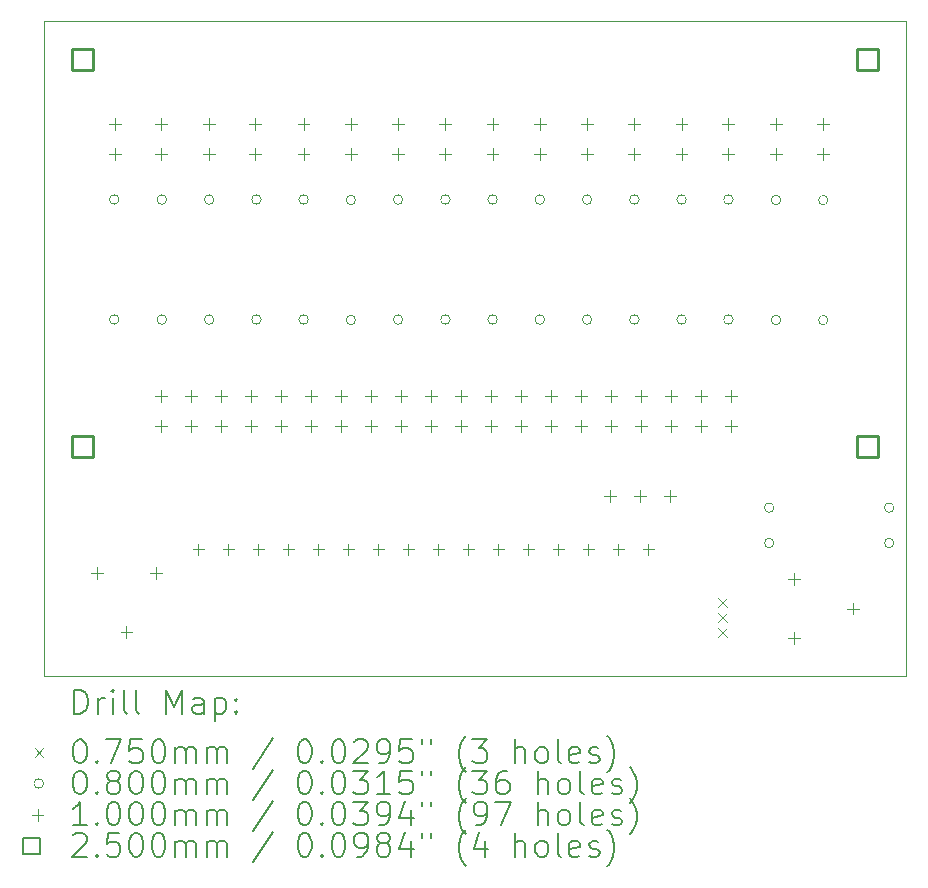
<source format=gbr>
%TF.GenerationSoftware,KiCad,Pcbnew,8.0.7-8.0.7-0~ubuntu24.04.1*%
%TF.CreationDate,2025-01-10T11:13:04+00:00*%
%TF.ProjectId,whenisbins,7768656e-6973-4626-996e-732e6b696361,rev?*%
%TF.SameCoordinates,Original*%
%TF.FileFunction,Drillmap*%
%TF.FilePolarity,Positive*%
%FSLAX45Y45*%
G04 Gerber Fmt 4.5, Leading zero omitted, Abs format (unit mm)*
G04 Created by KiCad (PCBNEW 8.0.7-8.0.7-0~ubuntu24.04.1) date 2025-01-10 11:13:04*
%MOMM*%
%LPD*%
G01*
G04 APERTURE LIST*
%ADD10C,0.050000*%
%ADD11C,0.200000*%
%ADD12C,0.100000*%
%ADD13C,0.250000*%
G04 APERTURE END LIST*
D10*
X10650000Y-8625000D02*
X17950000Y-8625000D01*
X17950000Y-14175000D01*
X10650000Y-14175000D01*
X10650000Y-8625000D01*
D11*
D12*
X16362500Y-13508500D02*
X16437500Y-13583500D01*
X16437500Y-13508500D02*
X16362500Y-13583500D01*
X16362500Y-13635500D02*
X16437500Y-13710500D01*
X16437500Y-13635500D02*
X16362500Y-13710500D01*
X16362500Y-13762500D02*
X16437500Y-13837500D01*
X16437500Y-13762500D02*
X16362500Y-13837500D01*
X11286050Y-10137000D02*
G75*
G02*
X11206050Y-10137000I-40000J0D01*
G01*
X11206050Y-10137000D02*
G75*
G02*
X11286050Y-10137000I40000J0D01*
G01*
X11286050Y-11153000D02*
G75*
G02*
X11206050Y-11153000I-40000J0D01*
G01*
X11206050Y-11153000D02*
G75*
G02*
X11286050Y-11153000I40000J0D01*
G01*
X11690000Y-10137455D02*
G75*
G02*
X11610000Y-10137455I-40000J0D01*
G01*
X11610000Y-10137455D02*
G75*
G02*
X11690000Y-10137455I40000J0D01*
G01*
X11690000Y-11153455D02*
G75*
G02*
X11610000Y-11153455I-40000J0D01*
G01*
X11610000Y-11153455D02*
G75*
G02*
X11690000Y-11153455I40000J0D01*
G01*
X12090000Y-10137455D02*
G75*
G02*
X12010000Y-10137455I-40000J0D01*
G01*
X12010000Y-10137455D02*
G75*
G02*
X12090000Y-10137455I40000J0D01*
G01*
X12090000Y-11153455D02*
G75*
G02*
X12010000Y-11153455I-40000J0D01*
G01*
X12010000Y-11153455D02*
G75*
G02*
X12090000Y-11153455I40000J0D01*
G01*
X12490000Y-10137455D02*
G75*
G02*
X12410000Y-10137455I-40000J0D01*
G01*
X12410000Y-10137455D02*
G75*
G02*
X12490000Y-10137455I40000J0D01*
G01*
X12490000Y-11153455D02*
G75*
G02*
X12410000Y-11153455I-40000J0D01*
G01*
X12410000Y-11153455D02*
G75*
G02*
X12490000Y-11153455I40000J0D01*
G01*
X12890000Y-10137455D02*
G75*
G02*
X12810000Y-10137455I-40000J0D01*
G01*
X12810000Y-10137455D02*
G75*
G02*
X12890000Y-10137455I40000J0D01*
G01*
X12890000Y-11153455D02*
G75*
G02*
X12810000Y-11153455I-40000J0D01*
G01*
X12810000Y-11153455D02*
G75*
G02*
X12890000Y-11153455I40000J0D01*
G01*
X13290000Y-10142000D02*
G75*
G02*
X13210000Y-10142000I-40000J0D01*
G01*
X13210000Y-10142000D02*
G75*
G02*
X13290000Y-10142000I40000J0D01*
G01*
X13290000Y-11158000D02*
G75*
G02*
X13210000Y-11158000I-40000J0D01*
G01*
X13210000Y-11158000D02*
G75*
G02*
X13290000Y-11158000I40000J0D01*
G01*
X13690000Y-10137455D02*
G75*
G02*
X13610000Y-10137455I-40000J0D01*
G01*
X13610000Y-10137455D02*
G75*
G02*
X13690000Y-10137455I40000J0D01*
G01*
X13690000Y-11153455D02*
G75*
G02*
X13610000Y-11153455I-40000J0D01*
G01*
X13610000Y-11153455D02*
G75*
G02*
X13690000Y-11153455I40000J0D01*
G01*
X14090000Y-10137455D02*
G75*
G02*
X14010000Y-10137455I-40000J0D01*
G01*
X14010000Y-10137455D02*
G75*
G02*
X14090000Y-10137455I40000J0D01*
G01*
X14090000Y-11153455D02*
G75*
G02*
X14010000Y-11153455I-40000J0D01*
G01*
X14010000Y-11153455D02*
G75*
G02*
X14090000Y-11153455I40000J0D01*
G01*
X14490000Y-10137455D02*
G75*
G02*
X14410000Y-10137455I-40000J0D01*
G01*
X14410000Y-10137455D02*
G75*
G02*
X14490000Y-10137455I40000J0D01*
G01*
X14490000Y-11153455D02*
G75*
G02*
X14410000Y-11153455I-40000J0D01*
G01*
X14410000Y-11153455D02*
G75*
G02*
X14490000Y-11153455I40000J0D01*
G01*
X14890000Y-10137455D02*
G75*
G02*
X14810000Y-10137455I-40000J0D01*
G01*
X14810000Y-10137455D02*
G75*
G02*
X14890000Y-10137455I40000J0D01*
G01*
X14890000Y-11153455D02*
G75*
G02*
X14810000Y-11153455I-40000J0D01*
G01*
X14810000Y-11153455D02*
G75*
G02*
X14890000Y-11153455I40000J0D01*
G01*
X15290000Y-10137455D02*
G75*
G02*
X15210000Y-10137455I-40000J0D01*
G01*
X15210000Y-10137455D02*
G75*
G02*
X15290000Y-10137455I40000J0D01*
G01*
X15290000Y-11153455D02*
G75*
G02*
X15210000Y-11153455I-40000J0D01*
G01*
X15210000Y-11153455D02*
G75*
G02*
X15290000Y-11153455I40000J0D01*
G01*
X15690000Y-10137455D02*
G75*
G02*
X15610000Y-10137455I-40000J0D01*
G01*
X15610000Y-10137455D02*
G75*
G02*
X15690000Y-10137455I40000J0D01*
G01*
X15690000Y-11153455D02*
G75*
G02*
X15610000Y-11153455I-40000J0D01*
G01*
X15610000Y-11153455D02*
G75*
G02*
X15690000Y-11153455I40000J0D01*
G01*
X16090000Y-10137455D02*
G75*
G02*
X16010000Y-10137455I-40000J0D01*
G01*
X16010000Y-10137455D02*
G75*
G02*
X16090000Y-10137455I40000J0D01*
G01*
X16090000Y-11153455D02*
G75*
G02*
X16010000Y-11153455I-40000J0D01*
G01*
X16010000Y-11153455D02*
G75*
G02*
X16090000Y-11153455I40000J0D01*
G01*
X16486050Y-10137455D02*
G75*
G02*
X16406050Y-10137455I-40000J0D01*
G01*
X16406050Y-10137455D02*
G75*
G02*
X16486050Y-10137455I40000J0D01*
G01*
X16486050Y-11153455D02*
G75*
G02*
X16406050Y-11153455I-40000J0D01*
G01*
X16406050Y-11153455D02*
G75*
G02*
X16486050Y-11153455I40000J0D01*
G01*
X16832000Y-12746050D02*
G75*
G02*
X16752000Y-12746050I-40000J0D01*
G01*
X16752000Y-12746050D02*
G75*
G02*
X16832000Y-12746050I40000J0D01*
G01*
X16832000Y-13046050D02*
G75*
G02*
X16752000Y-13046050I-40000J0D01*
G01*
X16752000Y-13046050D02*
G75*
G02*
X16832000Y-13046050I40000J0D01*
G01*
X16890000Y-10142000D02*
G75*
G02*
X16810000Y-10142000I-40000J0D01*
G01*
X16810000Y-10142000D02*
G75*
G02*
X16890000Y-10142000I40000J0D01*
G01*
X16890000Y-11158000D02*
G75*
G02*
X16810000Y-11158000I-40000J0D01*
G01*
X16810000Y-11158000D02*
G75*
G02*
X16890000Y-11158000I40000J0D01*
G01*
X17290000Y-10142000D02*
G75*
G02*
X17210000Y-10142000I-40000J0D01*
G01*
X17210000Y-10142000D02*
G75*
G02*
X17290000Y-10142000I40000J0D01*
G01*
X17290000Y-11158000D02*
G75*
G02*
X17210000Y-11158000I-40000J0D01*
G01*
X17210000Y-11158000D02*
G75*
G02*
X17290000Y-11158000I40000J0D01*
G01*
X17848000Y-12746050D02*
G75*
G02*
X17768000Y-12746050I-40000J0D01*
G01*
X17768000Y-12746050D02*
G75*
G02*
X17848000Y-12746050I40000J0D01*
G01*
X17848000Y-13046050D02*
G75*
G02*
X17768000Y-13046050I-40000J0D01*
G01*
X17768000Y-13046050D02*
G75*
G02*
X17848000Y-13046050I40000J0D01*
G01*
X11100000Y-13250000D02*
X11100000Y-13350000D01*
X11050000Y-13300000D02*
X11150000Y-13300000D01*
X11250000Y-9450000D02*
X11250000Y-9550000D01*
X11200000Y-9500000D02*
X11300000Y-9500000D01*
X11250000Y-9704000D02*
X11250000Y-9804000D01*
X11200000Y-9754000D02*
X11300000Y-9754000D01*
X11350000Y-13750000D02*
X11350000Y-13850000D01*
X11300000Y-13800000D02*
X11400000Y-13800000D01*
X11600000Y-13250000D02*
X11600000Y-13350000D01*
X11550000Y-13300000D02*
X11650000Y-13300000D01*
X11646000Y-11750000D02*
X11646000Y-11850000D01*
X11596000Y-11800000D02*
X11696000Y-11800000D01*
X11646000Y-12004000D02*
X11646000Y-12104000D01*
X11596000Y-12054000D02*
X11696000Y-12054000D01*
X11646050Y-9450000D02*
X11646050Y-9550000D01*
X11596050Y-9500000D02*
X11696050Y-9500000D01*
X11646050Y-9704000D02*
X11646050Y-9804000D01*
X11596050Y-9754000D02*
X11696050Y-9754000D01*
X11900000Y-11750000D02*
X11900000Y-11850000D01*
X11850000Y-11800000D02*
X11950000Y-11800000D01*
X11900000Y-12004000D02*
X11900000Y-12104000D01*
X11850000Y-12054000D02*
X11950000Y-12054000D01*
X11960000Y-13050000D02*
X11960000Y-13150000D01*
X11910000Y-13100000D02*
X12010000Y-13100000D01*
X12050000Y-9450000D02*
X12050000Y-9550000D01*
X12000000Y-9500000D02*
X12100000Y-9500000D01*
X12050000Y-9704000D02*
X12050000Y-9804000D01*
X12000000Y-9754000D02*
X12100000Y-9754000D01*
X12154000Y-11750000D02*
X12154000Y-11850000D01*
X12104000Y-11800000D02*
X12204000Y-11800000D01*
X12154000Y-12004000D02*
X12154000Y-12104000D01*
X12104000Y-12054000D02*
X12204000Y-12054000D01*
X12214000Y-13050000D02*
X12214000Y-13150000D01*
X12164000Y-13100000D02*
X12264000Y-13100000D01*
X12408000Y-11750000D02*
X12408000Y-11850000D01*
X12358000Y-11800000D02*
X12458000Y-11800000D01*
X12408000Y-12004000D02*
X12408000Y-12104000D01*
X12358000Y-12054000D02*
X12458000Y-12054000D01*
X12440714Y-9450000D02*
X12440714Y-9550000D01*
X12390714Y-9500000D02*
X12490714Y-9500000D01*
X12440714Y-9704000D02*
X12440714Y-9804000D01*
X12390714Y-9754000D02*
X12490714Y-9754000D01*
X12468000Y-13050000D02*
X12468000Y-13150000D01*
X12418000Y-13100000D02*
X12518000Y-13100000D01*
X12662000Y-11750000D02*
X12662000Y-11850000D01*
X12612000Y-11800000D02*
X12712000Y-11800000D01*
X12662000Y-12004000D02*
X12662000Y-12104000D01*
X12612000Y-12054000D02*
X12712000Y-12054000D01*
X12722000Y-13050000D02*
X12722000Y-13150000D01*
X12672000Y-13100000D02*
X12772000Y-13100000D01*
X12850000Y-9450000D02*
X12850000Y-9550000D01*
X12800000Y-9500000D02*
X12900000Y-9500000D01*
X12850000Y-9704000D02*
X12850000Y-9804000D01*
X12800000Y-9754000D02*
X12900000Y-9754000D01*
X12916000Y-11750000D02*
X12916000Y-11850000D01*
X12866000Y-11800000D02*
X12966000Y-11800000D01*
X12916000Y-12004000D02*
X12916000Y-12104000D01*
X12866000Y-12054000D02*
X12966000Y-12054000D01*
X12976000Y-13050000D02*
X12976000Y-13150000D01*
X12926000Y-13100000D02*
X13026000Y-13100000D01*
X13170000Y-11750000D02*
X13170000Y-11850000D01*
X13120000Y-11800000D02*
X13220000Y-11800000D01*
X13170000Y-12004000D02*
X13170000Y-12104000D01*
X13120000Y-12054000D02*
X13220000Y-12054000D01*
X13230000Y-13050000D02*
X13230000Y-13150000D01*
X13180000Y-13100000D02*
X13280000Y-13100000D01*
X13250000Y-9450000D02*
X13250000Y-9550000D01*
X13200000Y-9500000D02*
X13300000Y-9500000D01*
X13250000Y-9704000D02*
X13250000Y-9804000D01*
X13200000Y-9754000D02*
X13300000Y-9754000D01*
X13424000Y-11750000D02*
X13424000Y-11850000D01*
X13374000Y-11800000D02*
X13474000Y-11800000D01*
X13424000Y-12004000D02*
X13424000Y-12104000D01*
X13374000Y-12054000D02*
X13474000Y-12054000D01*
X13484000Y-13050000D02*
X13484000Y-13150000D01*
X13434000Y-13100000D02*
X13534000Y-13100000D01*
X13650000Y-9450000D02*
X13650000Y-9550000D01*
X13600000Y-9500000D02*
X13700000Y-9500000D01*
X13650000Y-9704000D02*
X13650000Y-9804000D01*
X13600000Y-9754000D02*
X13700000Y-9754000D01*
X13678000Y-11750000D02*
X13678000Y-11850000D01*
X13628000Y-11800000D02*
X13728000Y-11800000D01*
X13678000Y-12004000D02*
X13678000Y-12104000D01*
X13628000Y-12054000D02*
X13728000Y-12054000D01*
X13738000Y-13050000D02*
X13738000Y-13150000D01*
X13688000Y-13100000D02*
X13788000Y-13100000D01*
X13932000Y-11750000D02*
X13932000Y-11850000D01*
X13882000Y-11800000D02*
X13982000Y-11800000D01*
X13932000Y-12004000D02*
X13932000Y-12104000D01*
X13882000Y-12054000D02*
X13982000Y-12054000D01*
X13992000Y-13050000D02*
X13992000Y-13150000D01*
X13942000Y-13100000D02*
X14042000Y-13100000D01*
X14050000Y-9450000D02*
X14050000Y-9550000D01*
X14000000Y-9500000D02*
X14100000Y-9500000D01*
X14050000Y-9704000D02*
X14050000Y-9804000D01*
X14000000Y-9754000D02*
X14100000Y-9754000D01*
X14186000Y-11750000D02*
X14186000Y-11850000D01*
X14136000Y-11800000D02*
X14236000Y-11800000D01*
X14186000Y-12004000D02*
X14186000Y-12104000D01*
X14136000Y-12054000D02*
X14236000Y-12054000D01*
X14246000Y-13050000D02*
X14246000Y-13150000D01*
X14196000Y-13100000D02*
X14296000Y-13100000D01*
X14440000Y-11750000D02*
X14440000Y-11850000D01*
X14390000Y-11800000D02*
X14490000Y-11800000D01*
X14440000Y-12004000D02*
X14440000Y-12104000D01*
X14390000Y-12054000D02*
X14490000Y-12054000D01*
X14450000Y-9450000D02*
X14450000Y-9550000D01*
X14400000Y-9500000D02*
X14500000Y-9500000D01*
X14450000Y-9704000D02*
X14450000Y-9804000D01*
X14400000Y-9754000D02*
X14500000Y-9754000D01*
X14500000Y-13050000D02*
X14500000Y-13150000D01*
X14450000Y-13100000D02*
X14550000Y-13100000D01*
X14694000Y-11750000D02*
X14694000Y-11850000D01*
X14644000Y-11800000D02*
X14744000Y-11800000D01*
X14694000Y-12004000D02*
X14694000Y-12104000D01*
X14644000Y-12054000D02*
X14744000Y-12054000D01*
X14754000Y-13050000D02*
X14754000Y-13150000D01*
X14704000Y-13100000D02*
X14804000Y-13100000D01*
X14850000Y-9450000D02*
X14850000Y-9550000D01*
X14800000Y-9500000D02*
X14900000Y-9500000D01*
X14850000Y-9704000D02*
X14850000Y-9804000D01*
X14800000Y-9754000D02*
X14900000Y-9754000D01*
X14948000Y-11750000D02*
X14948000Y-11850000D01*
X14898000Y-11800000D02*
X14998000Y-11800000D01*
X14948000Y-12004000D02*
X14948000Y-12104000D01*
X14898000Y-12054000D02*
X14998000Y-12054000D01*
X15008000Y-13050000D02*
X15008000Y-13150000D01*
X14958000Y-13100000D02*
X15058000Y-13100000D01*
X15202000Y-11750000D02*
X15202000Y-11850000D01*
X15152000Y-11800000D02*
X15252000Y-11800000D01*
X15202000Y-12004000D02*
X15202000Y-12104000D01*
X15152000Y-12054000D02*
X15252000Y-12054000D01*
X15250000Y-9450000D02*
X15250000Y-9550000D01*
X15200000Y-9500000D02*
X15300000Y-9500000D01*
X15250000Y-9704000D02*
X15250000Y-9804000D01*
X15200000Y-9754000D02*
X15300000Y-9754000D01*
X15262000Y-13050000D02*
X15262000Y-13150000D01*
X15212000Y-13100000D02*
X15312000Y-13100000D01*
X15446000Y-12600000D02*
X15446000Y-12700000D01*
X15396000Y-12650000D02*
X15496000Y-12650000D01*
X15456000Y-11750000D02*
X15456000Y-11850000D01*
X15406000Y-11800000D02*
X15506000Y-11800000D01*
X15456000Y-12004000D02*
X15456000Y-12104000D01*
X15406000Y-12054000D02*
X15506000Y-12054000D01*
X15516000Y-13050000D02*
X15516000Y-13150000D01*
X15466000Y-13100000D02*
X15566000Y-13100000D01*
X15650000Y-9450000D02*
X15650000Y-9550000D01*
X15600000Y-9500000D02*
X15700000Y-9500000D01*
X15650000Y-9704000D02*
X15650000Y-9804000D01*
X15600000Y-9754000D02*
X15700000Y-9754000D01*
X15700000Y-12600000D02*
X15700000Y-12700000D01*
X15650000Y-12650000D02*
X15750000Y-12650000D01*
X15710000Y-11750000D02*
X15710000Y-11850000D01*
X15660000Y-11800000D02*
X15760000Y-11800000D01*
X15710000Y-12004000D02*
X15710000Y-12104000D01*
X15660000Y-12054000D02*
X15760000Y-12054000D01*
X15770000Y-13050000D02*
X15770000Y-13150000D01*
X15720000Y-13100000D02*
X15820000Y-13100000D01*
X15954000Y-12600000D02*
X15954000Y-12700000D01*
X15904000Y-12650000D02*
X16004000Y-12650000D01*
X15964000Y-11750000D02*
X15964000Y-11850000D01*
X15914000Y-11800000D02*
X16014000Y-11800000D01*
X15964000Y-12004000D02*
X15964000Y-12104000D01*
X15914000Y-12054000D02*
X16014000Y-12054000D01*
X16050000Y-9450000D02*
X16050000Y-9550000D01*
X16000000Y-9500000D02*
X16100000Y-9500000D01*
X16050000Y-9704000D02*
X16050000Y-9804000D01*
X16000000Y-9754000D02*
X16100000Y-9754000D01*
X16218000Y-11750000D02*
X16218000Y-11850000D01*
X16168000Y-11800000D02*
X16268000Y-11800000D01*
X16218000Y-12004000D02*
X16218000Y-12104000D01*
X16168000Y-12054000D02*
X16268000Y-12054000D01*
X16445476Y-9450000D02*
X16445476Y-9550000D01*
X16395476Y-9500000D02*
X16495476Y-9500000D01*
X16445476Y-9704000D02*
X16445476Y-9804000D01*
X16395476Y-9754000D02*
X16495476Y-9754000D01*
X16472000Y-11750000D02*
X16472000Y-11850000D01*
X16422000Y-11800000D02*
X16522000Y-11800000D01*
X16472000Y-12004000D02*
X16472000Y-12104000D01*
X16422000Y-12054000D02*
X16522000Y-12054000D01*
X16850000Y-9450000D02*
X16850000Y-9550000D01*
X16800000Y-9500000D02*
X16900000Y-9500000D01*
X16850000Y-9704000D02*
X16850000Y-9804000D01*
X16800000Y-9754000D02*
X16900000Y-9754000D01*
X17000000Y-13300000D02*
X17000000Y-13400000D01*
X16950000Y-13350000D02*
X17050000Y-13350000D01*
X17000000Y-13800000D02*
X17000000Y-13900000D01*
X16950000Y-13850000D02*
X17050000Y-13850000D01*
X17250000Y-9450000D02*
X17250000Y-9550000D01*
X17200000Y-9500000D02*
X17300000Y-9500000D01*
X17250000Y-9704000D02*
X17250000Y-9804000D01*
X17200000Y-9754000D02*
X17300000Y-9754000D01*
X17500000Y-13550000D02*
X17500000Y-13650000D01*
X17450000Y-13600000D02*
X17550000Y-13600000D01*
D13*
X11063389Y-9038389D02*
X11063389Y-8861611D01*
X10886611Y-8861611D01*
X10886611Y-9038389D01*
X11063389Y-9038389D01*
X11063389Y-12313389D02*
X11063389Y-12136611D01*
X10886611Y-12136611D01*
X10886611Y-12313389D01*
X11063389Y-12313389D01*
X17713389Y-9038389D02*
X17713389Y-8861611D01*
X17536611Y-8861611D01*
X17536611Y-9038389D01*
X17713389Y-9038389D01*
X17713389Y-12313389D02*
X17713389Y-12136611D01*
X17536611Y-12136611D01*
X17536611Y-12313389D01*
X17713389Y-12313389D01*
D11*
X10908277Y-14488984D02*
X10908277Y-14288984D01*
X10908277Y-14288984D02*
X10955896Y-14288984D01*
X10955896Y-14288984D02*
X10984467Y-14298508D01*
X10984467Y-14298508D02*
X11003515Y-14317555D01*
X11003515Y-14317555D02*
X11013039Y-14336603D01*
X11013039Y-14336603D02*
X11022563Y-14374698D01*
X11022563Y-14374698D02*
X11022563Y-14403269D01*
X11022563Y-14403269D02*
X11013039Y-14441365D01*
X11013039Y-14441365D02*
X11003515Y-14460412D01*
X11003515Y-14460412D02*
X10984467Y-14479460D01*
X10984467Y-14479460D02*
X10955896Y-14488984D01*
X10955896Y-14488984D02*
X10908277Y-14488984D01*
X11108277Y-14488984D02*
X11108277Y-14355650D01*
X11108277Y-14393746D02*
X11117801Y-14374698D01*
X11117801Y-14374698D02*
X11127324Y-14365174D01*
X11127324Y-14365174D02*
X11146372Y-14355650D01*
X11146372Y-14355650D02*
X11165420Y-14355650D01*
X11232086Y-14488984D02*
X11232086Y-14355650D01*
X11232086Y-14288984D02*
X11222562Y-14298508D01*
X11222562Y-14298508D02*
X11232086Y-14308031D01*
X11232086Y-14308031D02*
X11241610Y-14298508D01*
X11241610Y-14298508D02*
X11232086Y-14288984D01*
X11232086Y-14288984D02*
X11232086Y-14308031D01*
X11355896Y-14488984D02*
X11336848Y-14479460D01*
X11336848Y-14479460D02*
X11327324Y-14460412D01*
X11327324Y-14460412D02*
X11327324Y-14288984D01*
X11460658Y-14488984D02*
X11441610Y-14479460D01*
X11441610Y-14479460D02*
X11432086Y-14460412D01*
X11432086Y-14460412D02*
X11432086Y-14288984D01*
X11689229Y-14488984D02*
X11689229Y-14288984D01*
X11689229Y-14288984D02*
X11755896Y-14431841D01*
X11755896Y-14431841D02*
X11822562Y-14288984D01*
X11822562Y-14288984D02*
X11822562Y-14488984D01*
X12003515Y-14488984D02*
X12003515Y-14384222D01*
X12003515Y-14384222D02*
X11993991Y-14365174D01*
X11993991Y-14365174D02*
X11974943Y-14355650D01*
X11974943Y-14355650D02*
X11936848Y-14355650D01*
X11936848Y-14355650D02*
X11917801Y-14365174D01*
X12003515Y-14479460D02*
X11984467Y-14488984D01*
X11984467Y-14488984D02*
X11936848Y-14488984D01*
X11936848Y-14488984D02*
X11917801Y-14479460D01*
X11917801Y-14479460D02*
X11908277Y-14460412D01*
X11908277Y-14460412D02*
X11908277Y-14441365D01*
X11908277Y-14441365D02*
X11917801Y-14422317D01*
X11917801Y-14422317D02*
X11936848Y-14412793D01*
X11936848Y-14412793D02*
X11984467Y-14412793D01*
X11984467Y-14412793D02*
X12003515Y-14403269D01*
X12098753Y-14355650D02*
X12098753Y-14555650D01*
X12098753Y-14365174D02*
X12117801Y-14355650D01*
X12117801Y-14355650D02*
X12155896Y-14355650D01*
X12155896Y-14355650D02*
X12174943Y-14365174D01*
X12174943Y-14365174D02*
X12184467Y-14374698D01*
X12184467Y-14374698D02*
X12193991Y-14393746D01*
X12193991Y-14393746D02*
X12193991Y-14450888D01*
X12193991Y-14450888D02*
X12184467Y-14469936D01*
X12184467Y-14469936D02*
X12174943Y-14479460D01*
X12174943Y-14479460D02*
X12155896Y-14488984D01*
X12155896Y-14488984D02*
X12117801Y-14488984D01*
X12117801Y-14488984D02*
X12098753Y-14479460D01*
X12279705Y-14469936D02*
X12289229Y-14479460D01*
X12289229Y-14479460D02*
X12279705Y-14488984D01*
X12279705Y-14488984D02*
X12270182Y-14479460D01*
X12270182Y-14479460D02*
X12279705Y-14469936D01*
X12279705Y-14469936D02*
X12279705Y-14488984D01*
X12279705Y-14365174D02*
X12289229Y-14374698D01*
X12289229Y-14374698D02*
X12279705Y-14384222D01*
X12279705Y-14384222D02*
X12270182Y-14374698D01*
X12270182Y-14374698D02*
X12279705Y-14365174D01*
X12279705Y-14365174D02*
X12279705Y-14384222D01*
D12*
X10572500Y-14780000D02*
X10647500Y-14855000D01*
X10647500Y-14780000D02*
X10572500Y-14855000D01*
D11*
X10946372Y-14708984D02*
X10965420Y-14708984D01*
X10965420Y-14708984D02*
X10984467Y-14718508D01*
X10984467Y-14718508D02*
X10993991Y-14728031D01*
X10993991Y-14728031D02*
X11003515Y-14747079D01*
X11003515Y-14747079D02*
X11013039Y-14785174D01*
X11013039Y-14785174D02*
X11013039Y-14832793D01*
X11013039Y-14832793D02*
X11003515Y-14870888D01*
X11003515Y-14870888D02*
X10993991Y-14889936D01*
X10993991Y-14889936D02*
X10984467Y-14899460D01*
X10984467Y-14899460D02*
X10965420Y-14908984D01*
X10965420Y-14908984D02*
X10946372Y-14908984D01*
X10946372Y-14908984D02*
X10927324Y-14899460D01*
X10927324Y-14899460D02*
X10917801Y-14889936D01*
X10917801Y-14889936D02*
X10908277Y-14870888D01*
X10908277Y-14870888D02*
X10898753Y-14832793D01*
X10898753Y-14832793D02*
X10898753Y-14785174D01*
X10898753Y-14785174D02*
X10908277Y-14747079D01*
X10908277Y-14747079D02*
X10917801Y-14728031D01*
X10917801Y-14728031D02*
X10927324Y-14718508D01*
X10927324Y-14718508D02*
X10946372Y-14708984D01*
X11098753Y-14889936D02*
X11108277Y-14899460D01*
X11108277Y-14899460D02*
X11098753Y-14908984D01*
X11098753Y-14908984D02*
X11089229Y-14899460D01*
X11089229Y-14899460D02*
X11098753Y-14889936D01*
X11098753Y-14889936D02*
X11098753Y-14908984D01*
X11174944Y-14708984D02*
X11308277Y-14708984D01*
X11308277Y-14708984D02*
X11222562Y-14908984D01*
X11479705Y-14708984D02*
X11384467Y-14708984D01*
X11384467Y-14708984D02*
X11374943Y-14804222D01*
X11374943Y-14804222D02*
X11384467Y-14794698D01*
X11384467Y-14794698D02*
X11403515Y-14785174D01*
X11403515Y-14785174D02*
X11451134Y-14785174D01*
X11451134Y-14785174D02*
X11470182Y-14794698D01*
X11470182Y-14794698D02*
X11479705Y-14804222D01*
X11479705Y-14804222D02*
X11489229Y-14823269D01*
X11489229Y-14823269D02*
X11489229Y-14870888D01*
X11489229Y-14870888D02*
X11479705Y-14889936D01*
X11479705Y-14889936D02*
X11470182Y-14899460D01*
X11470182Y-14899460D02*
X11451134Y-14908984D01*
X11451134Y-14908984D02*
X11403515Y-14908984D01*
X11403515Y-14908984D02*
X11384467Y-14899460D01*
X11384467Y-14899460D02*
X11374943Y-14889936D01*
X11613039Y-14708984D02*
X11632086Y-14708984D01*
X11632086Y-14708984D02*
X11651134Y-14718508D01*
X11651134Y-14718508D02*
X11660658Y-14728031D01*
X11660658Y-14728031D02*
X11670182Y-14747079D01*
X11670182Y-14747079D02*
X11679705Y-14785174D01*
X11679705Y-14785174D02*
X11679705Y-14832793D01*
X11679705Y-14832793D02*
X11670182Y-14870888D01*
X11670182Y-14870888D02*
X11660658Y-14889936D01*
X11660658Y-14889936D02*
X11651134Y-14899460D01*
X11651134Y-14899460D02*
X11632086Y-14908984D01*
X11632086Y-14908984D02*
X11613039Y-14908984D01*
X11613039Y-14908984D02*
X11593991Y-14899460D01*
X11593991Y-14899460D02*
X11584467Y-14889936D01*
X11584467Y-14889936D02*
X11574943Y-14870888D01*
X11574943Y-14870888D02*
X11565420Y-14832793D01*
X11565420Y-14832793D02*
X11565420Y-14785174D01*
X11565420Y-14785174D02*
X11574943Y-14747079D01*
X11574943Y-14747079D02*
X11584467Y-14728031D01*
X11584467Y-14728031D02*
X11593991Y-14718508D01*
X11593991Y-14718508D02*
X11613039Y-14708984D01*
X11765420Y-14908984D02*
X11765420Y-14775650D01*
X11765420Y-14794698D02*
X11774943Y-14785174D01*
X11774943Y-14785174D02*
X11793991Y-14775650D01*
X11793991Y-14775650D02*
X11822563Y-14775650D01*
X11822563Y-14775650D02*
X11841610Y-14785174D01*
X11841610Y-14785174D02*
X11851134Y-14804222D01*
X11851134Y-14804222D02*
X11851134Y-14908984D01*
X11851134Y-14804222D02*
X11860658Y-14785174D01*
X11860658Y-14785174D02*
X11879705Y-14775650D01*
X11879705Y-14775650D02*
X11908277Y-14775650D01*
X11908277Y-14775650D02*
X11927324Y-14785174D01*
X11927324Y-14785174D02*
X11936848Y-14804222D01*
X11936848Y-14804222D02*
X11936848Y-14908984D01*
X12032086Y-14908984D02*
X12032086Y-14775650D01*
X12032086Y-14794698D02*
X12041610Y-14785174D01*
X12041610Y-14785174D02*
X12060658Y-14775650D01*
X12060658Y-14775650D02*
X12089229Y-14775650D01*
X12089229Y-14775650D02*
X12108277Y-14785174D01*
X12108277Y-14785174D02*
X12117801Y-14804222D01*
X12117801Y-14804222D02*
X12117801Y-14908984D01*
X12117801Y-14804222D02*
X12127324Y-14785174D01*
X12127324Y-14785174D02*
X12146372Y-14775650D01*
X12146372Y-14775650D02*
X12174943Y-14775650D01*
X12174943Y-14775650D02*
X12193991Y-14785174D01*
X12193991Y-14785174D02*
X12203515Y-14804222D01*
X12203515Y-14804222D02*
X12203515Y-14908984D01*
X12593991Y-14699460D02*
X12422563Y-14956603D01*
X12851134Y-14708984D02*
X12870182Y-14708984D01*
X12870182Y-14708984D02*
X12889229Y-14718508D01*
X12889229Y-14718508D02*
X12898753Y-14728031D01*
X12898753Y-14728031D02*
X12908277Y-14747079D01*
X12908277Y-14747079D02*
X12917801Y-14785174D01*
X12917801Y-14785174D02*
X12917801Y-14832793D01*
X12917801Y-14832793D02*
X12908277Y-14870888D01*
X12908277Y-14870888D02*
X12898753Y-14889936D01*
X12898753Y-14889936D02*
X12889229Y-14899460D01*
X12889229Y-14899460D02*
X12870182Y-14908984D01*
X12870182Y-14908984D02*
X12851134Y-14908984D01*
X12851134Y-14908984D02*
X12832086Y-14899460D01*
X12832086Y-14899460D02*
X12822563Y-14889936D01*
X12822563Y-14889936D02*
X12813039Y-14870888D01*
X12813039Y-14870888D02*
X12803515Y-14832793D01*
X12803515Y-14832793D02*
X12803515Y-14785174D01*
X12803515Y-14785174D02*
X12813039Y-14747079D01*
X12813039Y-14747079D02*
X12822563Y-14728031D01*
X12822563Y-14728031D02*
X12832086Y-14718508D01*
X12832086Y-14718508D02*
X12851134Y-14708984D01*
X13003515Y-14889936D02*
X13013039Y-14899460D01*
X13013039Y-14899460D02*
X13003515Y-14908984D01*
X13003515Y-14908984D02*
X12993991Y-14899460D01*
X12993991Y-14899460D02*
X13003515Y-14889936D01*
X13003515Y-14889936D02*
X13003515Y-14908984D01*
X13136848Y-14708984D02*
X13155896Y-14708984D01*
X13155896Y-14708984D02*
X13174944Y-14718508D01*
X13174944Y-14718508D02*
X13184467Y-14728031D01*
X13184467Y-14728031D02*
X13193991Y-14747079D01*
X13193991Y-14747079D02*
X13203515Y-14785174D01*
X13203515Y-14785174D02*
X13203515Y-14832793D01*
X13203515Y-14832793D02*
X13193991Y-14870888D01*
X13193991Y-14870888D02*
X13184467Y-14889936D01*
X13184467Y-14889936D02*
X13174944Y-14899460D01*
X13174944Y-14899460D02*
X13155896Y-14908984D01*
X13155896Y-14908984D02*
X13136848Y-14908984D01*
X13136848Y-14908984D02*
X13117801Y-14899460D01*
X13117801Y-14899460D02*
X13108277Y-14889936D01*
X13108277Y-14889936D02*
X13098753Y-14870888D01*
X13098753Y-14870888D02*
X13089229Y-14832793D01*
X13089229Y-14832793D02*
X13089229Y-14785174D01*
X13089229Y-14785174D02*
X13098753Y-14747079D01*
X13098753Y-14747079D02*
X13108277Y-14728031D01*
X13108277Y-14728031D02*
X13117801Y-14718508D01*
X13117801Y-14718508D02*
X13136848Y-14708984D01*
X13279706Y-14728031D02*
X13289229Y-14718508D01*
X13289229Y-14718508D02*
X13308277Y-14708984D01*
X13308277Y-14708984D02*
X13355896Y-14708984D01*
X13355896Y-14708984D02*
X13374944Y-14718508D01*
X13374944Y-14718508D02*
X13384467Y-14728031D01*
X13384467Y-14728031D02*
X13393991Y-14747079D01*
X13393991Y-14747079D02*
X13393991Y-14766127D01*
X13393991Y-14766127D02*
X13384467Y-14794698D01*
X13384467Y-14794698D02*
X13270182Y-14908984D01*
X13270182Y-14908984D02*
X13393991Y-14908984D01*
X13489229Y-14908984D02*
X13527325Y-14908984D01*
X13527325Y-14908984D02*
X13546372Y-14899460D01*
X13546372Y-14899460D02*
X13555896Y-14889936D01*
X13555896Y-14889936D02*
X13574944Y-14861365D01*
X13574944Y-14861365D02*
X13584467Y-14823269D01*
X13584467Y-14823269D02*
X13584467Y-14747079D01*
X13584467Y-14747079D02*
X13574944Y-14728031D01*
X13574944Y-14728031D02*
X13565420Y-14718508D01*
X13565420Y-14718508D02*
X13546372Y-14708984D01*
X13546372Y-14708984D02*
X13508277Y-14708984D01*
X13508277Y-14708984D02*
X13489229Y-14718508D01*
X13489229Y-14718508D02*
X13479706Y-14728031D01*
X13479706Y-14728031D02*
X13470182Y-14747079D01*
X13470182Y-14747079D02*
X13470182Y-14794698D01*
X13470182Y-14794698D02*
X13479706Y-14813746D01*
X13479706Y-14813746D02*
X13489229Y-14823269D01*
X13489229Y-14823269D02*
X13508277Y-14832793D01*
X13508277Y-14832793D02*
X13546372Y-14832793D01*
X13546372Y-14832793D02*
X13565420Y-14823269D01*
X13565420Y-14823269D02*
X13574944Y-14813746D01*
X13574944Y-14813746D02*
X13584467Y-14794698D01*
X13765420Y-14708984D02*
X13670182Y-14708984D01*
X13670182Y-14708984D02*
X13660658Y-14804222D01*
X13660658Y-14804222D02*
X13670182Y-14794698D01*
X13670182Y-14794698D02*
X13689229Y-14785174D01*
X13689229Y-14785174D02*
X13736848Y-14785174D01*
X13736848Y-14785174D02*
X13755896Y-14794698D01*
X13755896Y-14794698D02*
X13765420Y-14804222D01*
X13765420Y-14804222D02*
X13774944Y-14823269D01*
X13774944Y-14823269D02*
X13774944Y-14870888D01*
X13774944Y-14870888D02*
X13765420Y-14889936D01*
X13765420Y-14889936D02*
X13755896Y-14899460D01*
X13755896Y-14899460D02*
X13736848Y-14908984D01*
X13736848Y-14908984D02*
X13689229Y-14908984D01*
X13689229Y-14908984D02*
X13670182Y-14899460D01*
X13670182Y-14899460D02*
X13660658Y-14889936D01*
X13851134Y-14708984D02*
X13851134Y-14747079D01*
X13927325Y-14708984D02*
X13927325Y-14747079D01*
X14222563Y-14985174D02*
X14213039Y-14975650D01*
X14213039Y-14975650D02*
X14193991Y-14947079D01*
X14193991Y-14947079D02*
X14184468Y-14928031D01*
X14184468Y-14928031D02*
X14174944Y-14899460D01*
X14174944Y-14899460D02*
X14165420Y-14851841D01*
X14165420Y-14851841D02*
X14165420Y-14813746D01*
X14165420Y-14813746D02*
X14174944Y-14766127D01*
X14174944Y-14766127D02*
X14184468Y-14737555D01*
X14184468Y-14737555D02*
X14193991Y-14718508D01*
X14193991Y-14718508D02*
X14213039Y-14689936D01*
X14213039Y-14689936D02*
X14222563Y-14680412D01*
X14279706Y-14708984D02*
X14403515Y-14708984D01*
X14403515Y-14708984D02*
X14336848Y-14785174D01*
X14336848Y-14785174D02*
X14365420Y-14785174D01*
X14365420Y-14785174D02*
X14384468Y-14794698D01*
X14384468Y-14794698D02*
X14393991Y-14804222D01*
X14393991Y-14804222D02*
X14403515Y-14823269D01*
X14403515Y-14823269D02*
X14403515Y-14870888D01*
X14403515Y-14870888D02*
X14393991Y-14889936D01*
X14393991Y-14889936D02*
X14384468Y-14899460D01*
X14384468Y-14899460D02*
X14365420Y-14908984D01*
X14365420Y-14908984D02*
X14308277Y-14908984D01*
X14308277Y-14908984D02*
X14289229Y-14899460D01*
X14289229Y-14899460D02*
X14279706Y-14889936D01*
X14641610Y-14908984D02*
X14641610Y-14708984D01*
X14727325Y-14908984D02*
X14727325Y-14804222D01*
X14727325Y-14804222D02*
X14717801Y-14785174D01*
X14717801Y-14785174D02*
X14698753Y-14775650D01*
X14698753Y-14775650D02*
X14670182Y-14775650D01*
X14670182Y-14775650D02*
X14651134Y-14785174D01*
X14651134Y-14785174D02*
X14641610Y-14794698D01*
X14851134Y-14908984D02*
X14832087Y-14899460D01*
X14832087Y-14899460D02*
X14822563Y-14889936D01*
X14822563Y-14889936D02*
X14813039Y-14870888D01*
X14813039Y-14870888D02*
X14813039Y-14813746D01*
X14813039Y-14813746D02*
X14822563Y-14794698D01*
X14822563Y-14794698D02*
X14832087Y-14785174D01*
X14832087Y-14785174D02*
X14851134Y-14775650D01*
X14851134Y-14775650D02*
X14879706Y-14775650D01*
X14879706Y-14775650D02*
X14898753Y-14785174D01*
X14898753Y-14785174D02*
X14908277Y-14794698D01*
X14908277Y-14794698D02*
X14917801Y-14813746D01*
X14917801Y-14813746D02*
X14917801Y-14870888D01*
X14917801Y-14870888D02*
X14908277Y-14889936D01*
X14908277Y-14889936D02*
X14898753Y-14899460D01*
X14898753Y-14899460D02*
X14879706Y-14908984D01*
X14879706Y-14908984D02*
X14851134Y-14908984D01*
X15032087Y-14908984D02*
X15013039Y-14899460D01*
X15013039Y-14899460D02*
X15003515Y-14880412D01*
X15003515Y-14880412D02*
X15003515Y-14708984D01*
X15184468Y-14899460D02*
X15165420Y-14908984D01*
X15165420Y-14908984D02*
X15127325Y-14908984D01*
X15127325Y-14908984D02*
X15108277Y-14899460D01*
X15108277Y-14899460D02*
X15098753Y-14880412D01*
X15098753Y-14880412D02*
X15098753Y-14804222D01*
X15098753Y-14804222D02*
X15108277Y-14785174D01*
X15108277Y-14785174D02*
X15127325Y-14775650D01*
X15127325Y-14775650D02*
X15165420Y-14775650D01*
X15165420Y-14775650D02*
X15184468Y-14785174D01*
X15184468Y-14785174D02*
X15193991Y-14804222D01*
X15193991Y-14804222D02*
X15193991Y-14823269D01*
X15193991Y-14823269D02*
X15098753Y-14842317D01*
X15270182Y-14899460D02*
X15289230Y-14908984D01*
X15289230Y-14908984D02*
X15327325Y-14908984D01*
X15327325Y-14908984D02*
X15346372Y-14899460D01*
X15346372Y-14899460D02*
X15355896Y-14880412D01*
X15355896Y-14880412D02*
X15355896Y-14870888D01*
X15355896Y-14870888D02*
X15346372Y-14851841D01*
X15346372Y-14851841D02*
X15327325Y-14842317D01*
X15327325Y-14842317D02*
X15298753Y-14842317D01*
X15298753Y-14842317D02*
X15279706Y-14832793D01*
X15279706Y-14832793D02*
X15270182Y-14813746D01*
X15270182Y-14813746D02*
X15270182Y-14804222D01*
X15270182Y-14804222D02*
X15279706Y-14785174D01*
X15279706Y-14785174D02*
X15298753Y-14775650D01*
X15298753Y-14775650D02*
X15327325Y-14775650D01*
X15327325Y-14775650D02*
X15346372Y-14785174D01*
X15422563Y-14985174D02*
X15432087Y-14975650D01*
X15432087Y-14975650D02*
X15451134Y-14947079D01*
X15451134Y-14947079D02*
X15460658Y-14928031D01*
X15460658Y-14928031D02*
X15470182Y-14899460D01*
X15470182Y-14899460D02*
X15479706Y-14851841D01*
X15479706Y-14851841D02*
X15479706Y-14813746D01*
X15479706Y-14813746D02*
X15470182Y-14766127D01*
X15470182Y-14766127D02*
X15460658Y-14737555D01*
X15460658Y-14737555D02*
X15451134Y-14718508D01*
X15451134Y-14718508D02*
X15432087Y-14689936D01*
X15432087Y-14689936D02*
X15422563Y-14680412D01*
D12*
X10647500Y-15081500D02*
G75*
G02*
X10567500Y-15081500I-40000J0D01*
G01*
X10567500Y-15081500D02*
G75*
G02*
X10647500Y-15081500I40000J0D01*
G01*
D11*
X10946372Y-14972984D02*
X10965420Y-14972984D01*
X10965420Y-14972984D02*
X10984467Y-14982508D01*
X10984467Y-14982508D02*
X10993991Y-14992031D01*
X10993991Y-14992031D02*
X11003515Y-15011079D01*
X11003515Y-15011079D02*
X11013039Y-15049174D01*
X11013039Y-15049174D02*
X11013039Y-15096793D01*
X11013039Y-15096793D02*
X11003515Y-15134888D01*
X11003515Y-15134888D02*
X10993991Y-15153936D01*
X10993991Y-15153936D02*
X10984467Y-15163460D01*
X10984467Y-15163460D02*
X10965420Y-15172984D01*
X10965420Y-15172984D02*
X10946372Y-15172984D01*
X10946372Y-15172984D02*
X10927324Y-15163460D01*
X10927324Y-15163460D02*
X10917801Y-15153936D01*
X10917801Y-15153936D02*
X10908277Y-15134888D01*
X10908277Y-15134888D02*
X10898753Y-15096793D01*
X10898753Y-15096793D02*
X10898753Y-15049174D01*
X10898753Y-15049174D02*
X10908277Y-15011079D01*
X10908277Y-15011079D02*
X10917801Y-14992031D01*
X10917801Y-14992031D02*
X10927324Y-14982508D01*
X10927324Y-14982508D02*
X10946372Y-14972984D01*
X11098753Y-15153936D02*
X11108277Y-15163460D01*
X11108277Y-15163460D02*
X11098753Y-15172984D01*
X11098753Y-15172984D02*
X11089229Y-15163460D01*
X11089229Y-15163460D02*
X11098753Y-15153936D01*
X11098753Y-15153936D02*
X11098753Y-15172984D01*
X11222562Y-15058698D02*
X11203515Y-15049174D01*
X11203515Y-15049174D02*
X11193991Y-15039650D01*
X11193991Y-15039650D02*
X11184467Y-15020603D01*
X11184467Y-15020603D02*
X11184467Y-15011079D01*
X11184467Y-15011079D02*
X11193991Y-14992031D01*
X11193991Y-14992031D02*
X11203515Y-14982508D01*
X11203515Y-14982508D02*
X11222562Y-14972984D01*
X11222562Y-14972984D02*
X11260658Y-14972984D01*
X11260658Y-14972984D02*
X11279705Y-14982508D01*
X11279705Y-14982508D02*
X11289229Y-14992031D01*
X11289229Y-14992031D02*
X11298753Y-15011079D01*
X11298753Y-15011079D02*
X11298753Y-15020603D01*
X11298753Y-15020603D02*
X11289229Y-15039650D01*
X11289229Y-15039650D02*
X11279705Y-15049174D01*
X11279705Y-15049174D02*
X11260658Y-15058698D01*
X11260658Y-15058698D02*
X11222562Y-15058698D01*
X11222562Y-15058698D02*
X11203515Y-15068222D01*
X11203515Y-15068222D02*
X11193991Y-15077746D01*
X11193991Y-15077746D02*
X11184467Y-15096793D01*
X11184467Y-15096793D02*
X11184467Y-15134888D01*
X11184467Y-15134888D02*
X11193991Y-15153936D01*
X11193991Y-15153936D02*
X11203515Y-15163460D01*
X11203515Y-15163460D02*
X11222562Y-15172984D01*
X11222562Y-15172984D02*
X11260658Y-15172984D01*
X11260658Y-15172984D02*
X11279705Y-15163460D01*
X11279705Y-15163460D02*
X11289229Y-15153936D01*
X11289229Y-15153936D02*
X11298753Y-15134888D01*
X11298753Y-15134888D02*
X11298753Y-15096793D01*
X11298753Y-15096793D02*
X11289229Y-15077746D01*
X11289229Y-15077746D02*
X11279705Y-15068222D01*
X11279705Y-15068222D02*
X11260658Y-15058698D01*
X11422562Y-14972984D02*
X11441610Y-14972984D01*
X11441610Y-14972984D02*
X11460658Y-14982508D01*
X11460658Y-14982508D02*
X11470182Y-14992031D01*
X11470182Y-14992031D02*
X11479705Y-15011079D01*
X11479705Y-15011079D02*
X11489229Y-15049174D01*
X11489229Y-15049174D02*
X11489229Y-15096793D01*
X11489229Y-15096793D02*
X11479705Y-15134888D01*
X11479705Y-15134888D02*
X11470182Y-15153936D01*
X11470182Y-15153936D02*
X11460658Y-15163460D01*
X11460658Y-15163460D02*
X11441610Y-15172984D01*
X11441610Y-15172984D02*
X11422562Y-15172984D01*
X11422562Y-15172984D02*
X11403515Y-15163460D01*
X11403515Y-15163460D02*
X11393991Y-15153936D01*
X11393991Y-15153936D02*
X11384467Y-15134888D01*
X11384467Y-15134888D02*
X11374943Y-15096793D01*
X11374943Y-15096793D02*
X11374943Y-15049174D01*
X11374943Y-15049174D02*
X11384467Y-15011079D01*
X11384467Y-15011079D02*
X11393991Y-14992031D01*
X11393991Y-14992031D02*
X11403515Y-14982508D01*
X11403515Y-14982508D02*
X11422562Y-14972984D01*
X11613039Y-14972984D02*
X11632086Y-14972984D01*
X11632086Y-14972984D02*
X11651134Y-14982508D01*
X11651134Y-14982508D02*
X11660658Y-14992031D01*
X11660658Y-14992031D02*
X11670182Y-15011079D01*
X11670182Y-15011079D02*
X11679705Y-15049174D01*
X11679705Y-15049174D02*
X11679705Y-15096793D01*
X11679705Y-15096793D02*
X11670182Y-15134888D01*
X11670182Y-15134888D02*
X11660658Y-15153936D01*
X11660658Y-15153936D02*
X11651134Y-15163460D01*
X11651134Y-15163460D02*
X11632086Y-15172984D01*
X11632086Y-15172984D02*
X11613039Y-15172984D01*
X11613039Y-15172984D02*
X11593991Y-15163460D01*
X11593991Y-15163460D02*
X11584467Y-15153936D01*
X11584467Y-15153936D02*
X11574943Y-15134888D01*
X11574943Y-15134888D02*
X11565420Y-15096793D01*
X11565420Y-15096793D02*
X11565420Y-15049174D01*
X11565420Y-15049174D02*
X11574943Y-15011079D01*
X11574943Y-15011079D02*
X11584467Y-14992031D01*
X11584467Y-14992031D02*
X11593991Y-14982508D01*
X11593991Y-14982508D02*
X11613039Y-14972984D01*
X11765420Y-15172984D02*
X11765420Y-15039650D01*
X11765420Y-15058698D02*
X11774943Y-15049174D01*
X11774943Y-15049174D02*
X11793991Y-15039650D01*
X11793991Y-15039650D02*
X11822563Y-15039650D01*
X11822563Y-15039650D02*
X11841610Y-15049174D01*
X11841610Y-15049174D02*
X11851134Y-15068222D01*
X11851134Y-15068222D02*
X11851134Y-15172984D01*
X11851134Y-15068222D02*
X11860658Y-15049174D01*
X11860658Y-15049174D02*
X11879705Y-15039650D01*
X11879705Y-15039650D02*
X11908277Y-15039650D01*
X11908277Y-15039650D02*
X11927324Y-15049174D01*
X11927324Y-15049174D02*
X11936848Y-15068222D01*
X11936848Y-15068222D02*
X11936848Y-15172984D01*
X12032086Y-15172984D02*
X12032086Y-15039650D01*
X12032086Y-15058698D02*
X12041610Y-15049174D01*
X12041610Y-15049174D02*
X12060658Y-15039650D01*
X12060658Y-15039650D02*
X12089229Y-15039650D01*
X12089229Y-15039650D02*
X12108277Y-15049174D01*
X12108277Y-15049174D02*
X12117801Y-15068222D01*
X12117801Y-15068222D02*
X12117801Y-15172984D01*
X12117801Y-15068222D02*
X12127324Y-15049174D01*
X12127324Y-15049174D02*
X12146372Y-15039650D01*
X12146372Y-15039650D02*
X12174943Y-15039650D01*
X12174943Y-15039650D02*
X12193991Y-15049174D01*
X12193991Y-15049174D02*
X12203515Y-15068222D01*
X12203515Y-15068222D02*
X12203515Y-15172984D01*
X12593991Y-14963460D02*
X12422563Y-15220603D01*
X12851134Y-14972984D02*
X12870182Y-14972984D01*
X12870182Y-14972984D02*
X12889229Y-14982508D01*
X12889229Y-14982508D02*
X12898753Y-14992031D01*
X12898753Y-14992031D02*
X12908277Y-15011079D01*
X12908277Y-15011079D02*
X12917801Y-15049174D01*
X12917801Y-15049174D02*
X12917801Y-15096793D01*
X12917801Y-15096793D02*
X12908277Y-15134888D01*
X12908277Y-15134888D02*
X12898753Y-15153936D01*
X12898753Y-15153936D02*
X12889229Y-15163460D01*
X12889229Y-15163460D02*
X12870182Y-15172984D01*
X12870182Y-15172984D02*
X12851134Y-15172984D01*
X12851134Y-15172984D02*
X12832086Y-15163460D01*
X12832086Y-15163460D02*
X12822563Y-15153936D01*
X12822563Y-15153936D02*
X12813039Y-15134888D01*
X12813039Y-15134888D02*
X12803515Y-15096793D01*
X12803515Y-15096793D02*
X12803515Y-15049174D01*
X12803515Y-15049174D02*
X12813039Y-15011079D01*
X12813039Y-15011079D02*
X12822563Y-14992031D01*
X12822563Y-14992031D02*
X12832086Y-14982508D01*
X12832086Y-14982508D02*
X12851134Y-14972984D01*
X13003515Y-15153936D02*
X13013039Y-15163460D01*
X13013039Y-15163460D02*
X13003515Y-15172984D01*
X13003515Y-15172984D02*
X12993991Y-15163460D01*
X12993991Y-15163460D02*
X13003515Y-15153936D01*
X13003515Y-15153936D02*
X13003515Y-15172984D01*
X13136848Y-14972984D02*
X13155896Y-14972984D01*
X13155896Y-14972984D02*
X13174944Y-14982508D01*
X13174944Y-14982508D02*
X13184467Y-14992031D01*
X13184467Y-14992031D02*
X13193991Y-15011079D01*
X13193991Y-15011079D02*
X13203515Y-15049174D01*
X13203515Y-15049174D02*
X13203515Y-15096793D01*
X13203515Y-15096793D02*
X13193991Y-15134888D01*
X13193991Y-15134888D02*
X13184467Y-15153936D01*
X13184467Y-15153936D02*
X13174944Y-15163460D01*
X13174944Y-15163460D02*
X13155896Y-15172984D01*
X13155896Y-15172984D02*
X13136848Y-15172984D01*
X13136848Y-15172984D02*
X13117801Y-15163460D01*
X13117801Y-15163460D02*
X13108277Y-15153936D01*
X13108277Y-15153936D02*
X13098753Y-15134888D01*
X13098753Y-15134888D02*
X13089229Y-15096793D01*
X13089229Y-15096793D02*
X13089229Y-15049174D01*
X13089229Y-15049174D02*
X13098753Y-15011079D01*
X13098753Y-15011079D02*
X13108277Y-14992031D01*
X13108277Y-14992031D02*
X13117801Y-14982508D01*
X13117801Y-14982508D02*
X13136848Y-14972984D01*
X13270182Y-14972984D02*
X13393991Y-14972984D01*
X13393991Y-14972984D02*
X13327325Y-15049174D01*
X13327325Y-15049174D02*
X13355896Y-15049174D01*
X13355896Y-15049174D02*
X13374944Y-15058698D01*
X13374944Y-15058698D02*
X13384467Y-15068222D01*
X13384467Y-15068222D02*
X13393991Y-15087269D01*
X13393991Y-15087269D02*
X13393991Y-15134888D01*
X13393991Y-15134888D02*
X13384467Y-15153936D01*
X13384467Y-15153936D02*
X13374944Y-15163460D01*
X13374944Y-15163460D02*
X13355896Y-15172984D01*
X13355896Y-15172984D02*
X13298753Y-15172984D01*
X13298753Y-15172984D02*
X13279706Y-15163460D01*
X13279706Y-15163460D02*
X13270182Y-15153936D01*
X13584467Y-15172984D02*
X13470182Y-15172984D01*
X13527325Y-15172984D02*
X13527325Y-14972984D01*
X13527325Y-14972984D02*
X13508277Y-15001555D01*
X13508277Y-15001555D02*
X13489229Y-15020603D01*
X13489229Y-15020603D02*
X13470182Y-15030127D01*
X13765420Y-14972984D02*
X13670182Y-14972984D01*
X13670182Y-14972984D02*
X13660658Y-15068222D01*
X13660658Y-15068222D02*
X13670182Y-15058698D01*
X13670182Y-15058698D02*
X13689229Y-15049174D01*
X13689229Y-15049174D02*
X13736848Y-15049174D01*
X13736848Y-15049174D02*
X13755896Y-15058698D01*
X13755896Y-15058698D02*
X13765420Y-15068222D01*
X13765420Y-15068222D02*
X13774944Y-15087269D01*
X13774944Y-15087269D02*
X13774944Y-15134888D01*
X13774944Y-15134888D02*
X13765420Y-15153936D01*
X13765420Y-15153936D02*
X13755896Y-15163460D01*
X13755896Y-15163460D02*
X13736848Y-15172984D01*
X13736848Y-15172984D02*
X13689229Y-15172984D01*
X13689229Y-15172984D02*
X13670182Y-15163460D01*
X13670182Y-15163460D02*
X13660658Y-15153936D01*
X13851134Y-14972984D02*
X13851134Y-15011079D01*
X13927325Y-14972984D02*
X13927325Y-15011079D01*
X14222563Y-15249174D02*
X14213039Y-15239650D01*
X14213039Y-15239650D02*
X14193991Y-15211079D01*
X14193991Y-15211079D02*
X14184468Y-15192031D01*
X14184468Y-15192031D02*
X14174944Y-15163460D01*
X14174944Y-15163460D02*
X14165420Y-15115841D01*
X14165420Y-15115841D02*
X14165420Y-15077746D01*
X14165420Y-15077746D02*
X14174944Y-15030127D01*
X14174944Y-15030127D02*
X14184468Y-15001555D01*
X14184468Y-15001555D02*
X14193991Y-14982508D01*
X14193991Y-14982508D02*
X14213039Y-14953936D01*
X14213039Y-14953936D02*
X14222563Y-14944412D01*
X14279706Y-14972984D02*
X14403515Y-14972984D01*
X14403515Y-14972984D02*
X14336848Y-15049174D01*
X14336848Y-15049174D02*
X14365420Y-15049174D01*
X14365420Y-15049174D02*
X14384468Y-15058698D01*
X14384468Y-15058698D02*
X14393991Y-15068222D01*
X14393991Y-15068222D02*
X14403515Y-15087269D01*
X14403515Y-15087269D02*
X14403515Y-15134888D01*
X14403515Y-15134888D02*
X14393991Y-15153936D01*
X14393991Y-15153936D02*
X14384468Y-15163460D01*
X14384468Y-15163460D02*
X14365420Y-15172984D01*
X14365420Y-15172984D02*
X14308277Y-15172984D01*
X14308277Y-15172984D02*
X14289229Y-15163460D01*
X14289229Y-15163460D02*
X14279706Y-15153936D01*
X14574944Y-14972984D02*
X14536848Y-14972984D01*
X14536848Y-14972984D02*
X14517801Y-14982508D01*
X14517801Y-14982508D02*
X14508277Y-14992031D01*
X14508277Y-14992031D02*
X14489229Y-15020603D01*
X14489229Y-15020603D02*
X14479706Y-15058698D01*
X14479706Y-15058698D02*
X14479706Y-15134888D01*
X14479706Y-15134888D02*
X14489229Y-15153936D01*
X14489229Y-15153936D02*
X14498753Y-15163460D01*
X14498753Y-15163460D02*
X14517801Y-15172984D01*
X14517801Y-15172984D02*
X14555896Y-15172984D01*
X14555896Y-15172984D02*
X14574944Y-15163460D01*
X14574944Y-15163460D02*
X14584468Y-15153936D01*
X14584468Y-15153936D02*
X14593991Y-15134888D01*
X14593991Y-15134888D02*
X14593991Y-15087269D01*
X14593991Y-15087269D02*
X14584468Y-15068222D01*
X14584468Y-15068222D02*
X14574944Y-15058698D01*
X14574944Y-15058698D02*
X14555896Y-15049174D01*
X14555896Y-15049174D02*
X14517801Y-15049174D01*
X14517801Y-15049174D02*
X14498753Y-15058698D01*
X14498753Y-15058698D02*
X14489229Y-15068222D01*
X14489229Y-15068222D02*
X14479706Y-15087269D01*
X14832087Y-15172984D02*
X14832087Y-14972984D01*
X14917801Y-15172984D02*
X14917801Y-15068222D01*
X14917801Y-15068222D02*
X14908277Y-15049174D01*
X14908277Y-15049174D02*
X14889230Y-15039650D01*
X14889230Y-15039650D02*
X14860658Y-15039650D01*
X14860658Y-15039650D02*
X14841610Y-15049174D01*
X14841610Y-15049174D02*
X14832087Y-15058698D01*
X15041610Y-15172984D02*
X15022563Y-15163460D01*
X15022563Y-15163460D02*
X15013039Y-15153936D01*
X15013039Y-15153936D02*
X15003515Y-15134888D01*
X15003515Y-15134888D02*
X15003515Y-15077746D01*
X15003515Y-15077746D02*
X15013039Y-15058698D01*
X15013039Y-15058698D02*
X15022563Y-15049174D01*
X15022563Y-15049174D02*
X15041610Y-15039650D01*
X15041610Y-15039650D02*
X15070182Y-15039650D01*
X15070182Y-15039650D02*
X15089230Y-15049174D01*
X15089230Y-15049174D02*
X15098753Y-15058698D01*
X15098753Y-15058698D02*
X15108277Y-15077746D01*
X15108277Y-15077746D02*
X15108277Y-15134888D01*
X15108277Y-15134888D02*
X15098753Y-15153936D01*
X15098753Y-15153936D02*
X15089230Y-15163460D01*
X15089230Y-15163460D02*
X15070182Y-15172984D01*
X15070182Y-15172984D02*
X15041610Y-15172984D01*
X15222563Y-15172984D02*
X15203515Y-15163460D01*
X15203515Y-15163460D02*
X15193991Y-15144412D01*
X15193991Y-15144412D02*
X15193991Y-14972984D01*
X15374944Y-15163460D02*
X15355896Y-15172984D01*
X15355896Y-15172984D02*
X15317801Y-15172984D01*
X15317801Y-15172984D02*
X15298753Y-15163460D01*
X15298753Y-15163460D02*
X15289230Y-15144412D01*
X15289230Y-15144412D02*
X15289230Y-15068222D01*
X15289230Y-15068222D02*
X15298753Y-15049174D01*
X15298753Y-15049174D02*
X15317801Y-15039650D01*
X15317801Y-15039650D02*
X15355896Y-15039650D01*
X15355896Y-15039650D02*
X15374944Y-15049174D01*
X15374944Y-15049174D02*
X15384468Y-15068222D01*
X15384468Y-15068222D02*
X15384468Y-15087269D01*
X15384468Y-15087269D02*
X15289230Y-15106317D01*
X15460658Y-15163460D02*
X15479706Y-15172984D01*
X15479706Y-15172984D02*
X15517801Y-15172984D01*
X15517801Y-15172984D02*
X15536849Y-15163460D01*
X15536849Y-15163460D02*
X15546372Y-15144412D01*
X15546372Y-15144412D02*
X15546372Y-15134888D01*
X15546372Y-15134888D02*
X15536849Y-15115841D01*
X15536849Y-15115841D02*
X15517801Y-15106317D01*
X15517801Y-15106317D02*
X15489230Y-15106317D01*
X15489230Y-15106317D02*
X15470182Y-15096793D01*
X15470182Y-15096793D02*
X15460658Y-15077746D01*
X15460658Y-15077746D02*
X15460658Y-15068222D01*
X15460658Y-15068222D02*
X15470182Y-15049174D01*
X15470182Y-15049174D02*
X15489230Y-15039650D01*
X15489230Y-15039650D02*
X15517801Y-15039650D01*
X15517801Y-15039650D02*
X15536849Y-15049174D01*
X15613039Y-15249174D02*
X15622563Y-15239650D01*
X15622563Y-15239650D02*
X15641611Y-15211079D01*
X15641611Y-15211079D02*
X15651134Y-15192031D01*
X15651134Y-15192031D02*
X15660658Y-15163460D01*
X15660658Y-15163460D02*
X15670182Y-15115841D01*
X15670182Y-15115841D02*
X15670182Y-15077746D01*
X15670182Y-15077746D02*
X15660658Y-15030127D01*
X15660658Y-15030127D02*
X15651134Y-15001555D01*
X15651134Y-15001555D02*
X15641611Y-14982508D01*
X15641611Y-14982508D02*
X15622563Y-14953936D01*
X15622563Y-14953936D02*
X15613039Y-14944412D01*
D12*
X10597500Y-15295500D02*
X10597500Y-15395500D01*
X10547500Y-15345500D02*
X10647500Y-15345500D01*
D11*
X11013039Y-15436984D02*
X10898753Y-15436984D01*
X10955896Y-15436984D02*
X10955896Y-15236984D01*
X10955896Y-15236984D02*
X10936848Y-15265555D01*
X10936848Y-15265555D02*
X10917801Y-15284603D01*
X10917801Y-15284603D02*
X10898753Y-15294127D01*
X11098753Y-15417936D02*
X11108277Y-15427460D01*
X11108277Y-15427460D02*
X11098753Y-15436984D01*
X11098753Y-15436984D02*
X11089229Y-15427460D01*
X11089229Y-15427460D02*
X11098753Y-15417936D01*
X11098753Y-15417936D02*
X11098753Y-15436984D01*
X11232086Y-15236984D02*
X11251134Y-15236984D01*
X11251134Y-15236984D02*
X11270182Y-15246508D01*
X11270182Y-15246508D02*
X11279705Y-15256031D01*
X11279705Y-15256031D02*
X11289229Y-15275079D01*
X11289229Y-15275079D02*
X11298753Y-15313174D01*
X11298753Y-15313174D02*
X11298753Y-15360793D01*
X11298753Y-15360793D02*
X11289229Y-15398888D01*
X11289229Y-15398888D02*
X11279705Y-15417936D01*
X11279705Y-15417936D02*
X11270182Y-15427460D01*
X11270182Y-15427460D02*
X11251134Y-15436984D01*
X11251134Y-15436984D02*
X11232086Y-15436984D01*
X11232086Y-15436984D02*
X11213039Y-15427460D01*
X11213039Y-15427460D02*
X11203515Y-15417936D01*
X11203515Y-15417936D02*
X11193991Y-15398888D01*
X11193991Y-15398888D02*
X11184467Y-15360793D01*
X11184467Y-15360793D02*
X11184467Y-15313174D01*
X11184467Y-15313174D02*
X11193991Y-15275079D01*
X11193991Y-15275079D02*
X11203515Y-15256031D01*
X11203515Y-15256031D02*
X11213039Y-15246508D01*
X11213039Y-15246508D02*
X11232086Y-15236984D01*
X11422562Y-15236984D02*
X11441610Y-15236984D01*
X11441610Y-15236984D02*
X11460658Y-15246508D01*
X11460658Y-15246508D02*
X11470182Y-15256031D01*
X11470182Y-15256031D02*
X11479705Y-15275079D01*
X11479705Y-15275079D02*
X11489229Y-15313174D01*
X11489229Y-15313174D02*
X11489229Y-15360793D01*
X11489229Y-15360793D02*
X11479705Y-15398888D01*
X11479705Y-15398888D02*
X11470182Y-15417936D01*
X11470182Y-15417936D02*
X11460658Y-15427460D01*
X11460658Y-15427460D02*
X11441610Y-15436984D01*
X11441610Y-15436984D02*
X11422562Y-15436984D01*
X11422562Y-15436984D02*
X11403515Y-15427460D01*
X11403515Y-15427460D02*
X11393991Y-15417936D01*
X11393991Y-15417936D02*
X11384467Y-15398888D01*
X11384467Y-15398888D02*
X11374943Y-15360793D01*
X11374943Y-15360793D02*
X11374943Y-15313174D01*
X11374943Y-15313174D02*
X11384467Y-15275079D01*
X11384467Y-15275079D02*
X11393991Y-15256031D01*
X11393991Y-15256031D02*
X11403515Y-15246508D01*
X11403515Y-15246508D02*
X11422562Y-15236984D01*
X11613039Y-15236984D02*
X11632086Y-15236984D01*
X11632086Y-15236984D02*
X11651134Y-15246508D01*
X11651134Y-15246508D02*
X11660658Y-15256031D01*
X11660658Y-15256031D02*
X11670182Y-15275079D01*
X11670182Y-15275079D02*
X11679705Y-15313174D01*
X11679705Y-15313174D02*
X11679705Y-15360793D01*
X11679705Y-15360793D02*
X11670182Y-15398888D01*
X11670182Y-15398888D02*
X11660658Y-15417936D01*
X11660658Y-15417936D02*
X11651134Y-15427460D01*
X11651134Y-15427460D02*
X11632086Y-15436984D01*
X11632086Y-15436984D02*
X11613039Y-15436984D01*
X11613039Y-15436984D02*
X11593991Y-15427460D01*
X11593991Y-15427460D02*
X11584467Y-15417936D01*
X11584467Y-15417936D02*
X11574943Y-15398888D01*
X11574943Y-15398888D02*
X11565420Y-15360793D01*
X11565420Y-15360793D02*
X11565420Y-15313174D01*
X11565420Y-15313174D02*
X11574943Y-15275079D01*
X11574943Y-15275079D02*
X11584467Y-15256031D01*
X11584467Y-15256031D02*
X11593991Y-15246508D01*
X11593991Y-15246508D02*
X11613039Y-15236984D01*
X11765420Y-15436984D02*
X11765420Y-15303650D01*
X11765420Y-15322698D02*
X11774943Y-15313174D01*
X11774943Y-15313174D02*
X11793991Y-15303650D01*
X11793991Y-15303650D02*
X11822563Y-15303650D01*
X11822563Y-15303650D02*
X11841610Y-15313174D01*
X11841610Y-15313174D02*
X11851134Y-15332222D01*
X11851134Y-15332222D02*
X11851134Y-15436984D01*
X11851134Y-15332222D02*
X11860658Y-15313174D01*
X11860658Y-15313174D02*
X11879705Y-15303650D01*
X11879705Y-15303650D02*
X11908277Y-15303650D01*
X11908277Y-15303650D02*
X11927324Y-15313174D01*
X11927324Y-15313174D02*
X11936848Y-15332222D01*
X11936848Y-15332222D02*
X11936848Y-15436984D01*
X12032086Y-15436984D02*
X12032086Y-15303650D01*
X12032086Y-15322698D02*
X12041610Y-15313174D01*
X12041610Y-15313174D02*
X12060658Y-15303650D01*
X12060658Y-15303650D02*
X12089229Y-15303650D01*
X12089229Y-15303650D02*
X12108277Y-15313174D01*
X12108277Y-15313174D02*
X12117801Y-15332222D01*
X12117801Y-15332222D02*
X12117801Y-15436984D01*
X12117801Y-15332222D02*
X12127324Y-15313174D01*
X12127324Y-15313174D02*
X12146372Y-15303650D01*
X12146372Y-15303650D02*
X12174943Y-15303650D01*
X12174943Y-15303650D02*
X12193991Y-15313174D01*
X12193991Y-15313174D02*
X12203515Y-15332222D01*
X12203515Y-15332222D02*
X12203515Y-15436984D01*
X12593991Y-15227460D02*
X12422563Y-15484603D01*
X12851134Y-15236984D02*
X12870182Y-15236984D01*
X12870182Y-15236984D02*
X12889229Y-15246508D01*
X12889229Y-15246508D02*
X12898753Y-15256031D01*
X12898753Y-15256031D02*
X12908277Y-15275079D01*
X12908277Y-15275079D02*
X12917801Y-15313174D01*
X12917801Y-15313174D02*
X12917801Y-15360793D01*
X12917801Y-15360793D02*
X12908277Y-15398888D01*
X12908277Y-15398888D02*
X12898753Y-15417936D01*
X12898753Y-15417936D02*
X12889229Y-15427460D01*
X12889229Y-15427460D02*
X12870182Y-15436984D01*
X12870182Y-15436984D02*
X12851134Y-15436984D01*
X12851134Y-15436984D02*
X12832086Y-15427460D01*
X12832086Y-15427460D02*
X12822563Y-15417936D01*
X12822563Y-15417936D02*
X12813039Y-15398888D01*
X12813039Y-15398888D02*
X12803515Y-15360793D01*
X12803515Y-15360793D02*
X12803515Y-15313174D01*
X12803515Y-15313174D02*
X12813039Y-15275079D01*
X12813039Y-15275079D02*
X12822563Y-15256031D01*
X12822563Y-15256031D02*
X12832086Y-15246508D01*
X12832086Y-15246508D02*
X12851134Y-15236984D01*
X13003515Y-15417936D02*
X13013039Y-15427460D01*
X13013039Y-15427460D02*
X13003515Y-15436984D01*
X13003515Y-15436984D02*
X12993991Y-15427460D01*
X12993991Y-15427460D02*
X13003515Y-15417936D01*
X13003515Y-15417936D02*
X13003515Y-15436984D01*
X13136848Y-15236984D02*
X13155896Y-15236984D01*
X13155896Y-15236984D02*
X13174944Y-15246508D01*
X13174944Y-15246508D02*
X13184467Y-15256031D01*
X13184467Y-15256031D02*
X13193991Y-15275079D01*
X13193991Y-15275079D02*
X13203515Y-15313174D01*
X13203515Y-15313174D02*
X13203515Y-15360793D01*
X13203515Y-15360793D02*
X13193991Y-15398888D01*
X13193991Y-15398888D02*
X13184467Y-15417936D01*
X13184467Y-15417936D02*
X13174944Y-15427460D01*
X13174944Y-15427460D02*
X13155896Y-15436984D01*
X13155896Y-15436984D02*
X13136848Y-15436984D01*
X13136848Y-15436984D02*
X13117801Y-15427460D01*
X13117801Y-15427460D02*
X13108277Y-15417936D01*
X13108277Y-15417936D02*
X13098753Y-15398888D01*
X13098753Y-15398888D02*
X13089229Y-15360793D01*
X13089229Y-15360793D02*
X13089229Y-15313174D01*
X13089229Y-15313174D02*
X13098753Y-15275079D01*
X13098753Y-15275079D02*
X13108277Y-15256031D01*
X13108277Y-15256031D02*
X13117801Y-15246508D01*
X13117801Y-15246508D02*
X13136848Y-15236984D01*
X13270182Y-15236984D02*
X13393991Y-15236984D01*
X13393991Y-15236984D02*
X13327325Y-15313174D01*
X13327325Y-15313174D02*
X13355896Y-15313174D01*
X13355896Y-15313174D02*
X13374944Y-15322698D01*
X13374944Y-15322698D02*
X13384467Y-15332222D01*
X13384467Y-15332222D02*
X13393991Y-15351269D01*
X13393991Y-15351269D02*
X13393991Y-15398888D01*
X13393991Y-15398888D02*
X13384467Y-15417936D01*
X13384467Y-15417936D02*
X13374944Y-15427460D01*
X13374944Y-15427460D02*
X13355896Y-15436984D01*
X13355896Y-15436984D02*
X13298753Y-15436984D01*
X13298753Y-15436984D02*
X13279706Y-15427460D01*
X13279706Y-15427460D02*
X13270182Y-15417936D01*
X13489229Y-15436984D02*
X13527325Y-15436984D01*
X13527325Y-15436984D02*
X13546372Y-15427460D01*
X13546372Y-15427460D02*
X13555896Y-15417936D01*
X13555896Y-15417936D02*
X13574944Y-15389365D01*
X13574944Y-15389365D02*
X13584467Y-15351269D01*
X13584467Y-15351269D02*
X13584467Y-15275079D01*
X13584467Y-15275079D02*
X13574944Y-15256031D01*
X13574944Y-15256031D02*
X13565420Y-15246508D01*
X13565420Y-15246508D02*
X13546372Y-15236984D01*
X13546372Y-15236984D02*
X13508277Y-15236984D01*
X13508277Y-15236984D02*
X13489229Y-15246508D01*
X13489229Y-15246508D02*
X13479706Y-15256031D01*
X13479706Y-15256031D02*
X13470182Y-15275079D01*
X13470182Y-15275079D02*
X13470182Y-15322698D01*
X13470182Y-15322698D02*
X13479706Y-15341746D01*
X13479706Y-15341746D02*
X13489229Y-15351269D01*
X13489229Y-15351269D02*
X13508277Y-15360793D01*
X13508277Y-15360793D02*
X13546372Y-15360793D01*
X13546372Y-15360793D02*
X13565420Y-15351269D01*
X13565420Y-15351269D02*
X13574944Y-15341746D01*
X13574944Y-15341746D02*
X13584467Y-15322698D01*
X13755896Y-15303650D02*
X13755896Y-15436984D01*
X13708277Y-15227460D02*
X13660658Y-15370317D01*
X13660658Y-15370317D02*
X13784467Y-15370317D01*
X13851134Y-15236984D02*
X13851134Y-15275079D01*
X13927325Y-15236984D02*
X13927325Y-15275079D01*
X14222563Y-15513174D02*
X14213039Y-15503650D01*
X14213039Y-15503650D02*
X14193991Y-15475079D01*
X14193991Y-15475079D02*
X14184468Y-15456031D01*
X14184468Y-15456031D02*
X14174944Y-15427460D01*
X14174944Y-15427460D02*
X14165420Y-15379841D01*
X14165420Y-15379841D02*
X14165420Y-15341746D01*
X14165420Y-15341746D02*
X14174944Y-15294127D01*
X14174944Y-15294127D02*
X14184468Y-15265555D01*
X14184468Y-15265555D02*
X14193991Y-15246508D01*
X14193991Y-15246508D02*
X14213039Y-15217936D01*
X14213039Y-15217936D02*
X14222563Y-15208412D01*
X14308277Y-15436984D02*
X14346372Y-15436984D01*
X14346372Y-15436984D02*
X14365420Y-15427460D01*
X14365420Y-15427460D02*
X14374944Y-15417936D01*
X14374944Y-15417936D02*
X14393991Y-15389365D01*
X14393991Y-15389365D02*
X14403515Y-15351269D01*
X14403515Y-15351269D02*
X14403515Y-15275079D01*
X14403515Y-15275079D02*
X14393991Y-15256031D01*
X14393991Y-15256031D02*
X14384468Y-15246508D01*
X14384468Y-15246508D02*
X14365420Y-15236984D01*
X14365420Y-15236984D02*
X14327325Y-15236984D01*
X14327325Y-15236984D02*
X14308277Y-15246508D01*
X14308277Y-15246508D02*
X14298753Y-15256031D01*
X14298753Y-15256031D02*
X14289229Y-15275079D01*
X14289229Y-15275079D02*
X14289229Y-15322698D01*
X14289229Y-15322698D02*
X14298753Y-15341746D01*
X14298753Y-15341746D02*
X14308277Y-15351269D01*
X14308277Y-15351269D02*
X14327325Y-15360793D01*
X14327325Y-15360793D02*
X14365420Y-15360793D01*
X14365420Y-15360793D02*
X14384468Y-15351269D01*
X14384468Y-15351269D02*
X14393991Y-15341746D01*
X14393991Y-15341746D02*
X14403515Y-15322698D01*
X14470182Y-15236984D02*
X14603515Y-15236984D01*
X14603515Y-15236984D02*
X14517801Y-15436984D01*
X14832087Y-15436984D02*
X14832087Y-15236984D01*
X14917801Y-15436984D02*
X14917801Y-15332222D01*
X14917801Y-15332222D02*
X14908277Y-15313174D01*
X14908277Y-15313174D02*
X14889230Y-15303650D01*
X14889230Y-15303650D02*
X14860658Y-15303650D01*
X14860658Y-15303650D02*
X14841610Y-15313174D01*
X14841610Y-15313174D02*
X14832087Y-15322698D01*
X15041610Y-15436984D02*
X15022563Y-15427460D01*
X15022563Y-15427460D02*
X15013039Y-15417936D01*
X15013039Y-15417936D02*
X15003515Y-15398888D01*
X15003515Y-15398888D02*
X15003515Y-15341746D01*
X15003515Y-15341746D02*
X15013039Y-15322698D01*
X15013039Y-15322698D02*
X15022563Y-15313174D01*
X15022563Y-15313174D02*
X15041610Y-15303650D01*
X15041610Y-15303650D02*
X15070182Y-15303650D01*
X15070182Y-15303650D02*
X15089230Y-15313174D01*
X15089230Y-15313174D02*
X15098753Y-15322698D01*
X15098753Y-15322698D02*
X15108277Y-15341746D01*
X15108277Y-15341746D02*
X15108277Y-15398888D01*
X15108277Y-15398888D02*
X15098753Y-15417936D01*
X15098753Y-15417936D02*
X15089230Y-15427460D01*
X15089230Y-15427460D02*
X15070182Y-15436984D01*
X15070182Y-15436984D02*
X15041610Y-15436984D01*
X15222563Y-15436984D02*
X15203515Y-15427460D01*
X15203515Y-15427460D02*
X15193991Y-15408412D01*
X15193991Y-15408412D02*
X15193991Y-15236984D01*
X15374944Y-15427460D02*
X15355896Y-15436984D01*
X15355896Y-15436984D02*
X15317801Y-15436984D01*
X15317801Y-15436984D02*
X15298753Y-15427460D01*
X15298753Y-15427460D02*
X15289230Y-15408412D01*
X15289230Y-15408412D02*
X15289230Y-15332222D01*
X15289230Y-15332222D02*
X15298753Y-15313174D01*
X15298753Y-15313174D02*
X15317801Y-15303650D01*
X15317801Y-15303650D02*
X15355896Y-15303650D01*
X15355896Y-15303650D02*
X15374944Y-15313174D01*
X15374944Y-15313174D02*
X15384468Y-15332222D01*
X15384468Y-15332222D02*
X15384468Y-15351269D01*
X15384468Y-15351269D02*
X15289230Y-15370317D01*
X15460658Y-15427460D02*
X15479706Y-15436984D01*
X15479706Y-15436984D02*
X15517801Y-15436984D01*
X15517801Y-15436984D02*
X15536849Y-15427460D01*
X15536849Y-15427460D02*
X15546372Y-15408412D01*
X15546372Y-15408412D02*
X15546372Y-15398888D01*
X15546372Y-15398888D02*
X15536849Y-15379841D01*
X15536849Y-15379841D02*
X15517801Y-15370317D01*
X15517801Y-15370317D02*
X15489230Y-15370317D01*
X15489230Y-15370317D02*
X15470182Y-15360793D01*
X15470182Y-15360793D02*
X15460658Y-15341746D01*
X15460658Y-15341746D02*
X15460658Y-15332222D01*
X15460658Y-15332222D02*
X15470182Y-15313174D01*
X15470182Y-15313174D02*
X15489230Y-15303650D01*
X15489230Y-15303650D02*
X15517801Y-15303650D01*
X15517801Y-15303650D02*
X15536849Y-15313174D01*
X15613039Y-15513174D02*
X15622563Y-15503650D01*
X15622563Y-15503650D02*
X15641611Y-15475079D01*
X15641611Y-15475079D02*
X15651134Y-15456031D01*
X15651134Y-15456031D02*
X15660658Y-15427460D01*
X15660658Y-15427460D02*
X15670182Y-15379841D01*
X15670182Y-15379841D02*
X15670182Y-15341746D01*
X15670182Y-15341746D02*
X15660658Y-15294127D01*
X15660658Y-15294127D02*
X15651134Y-15265555D01*
X15651134Y-15265555D02*
X15641611Y-15246508D01*
X15641611Y-15246508D02*
X15622563Y-15217936D01*
X15622563Y-15217936D02*
X15613039Y-15208412D01*
X10618211Y-15680211D02*
X10618211Y-15538789D01*
X10476789Y-15538789D01*
X10476789Y-15680211D01*
X10618211Y-15680211D01*
X10898753Y-15520031D02*
X10908277Y-15510508D01*
X10908277Y-15510508D02*
X10927324Y-15500984D01*
X10927324Y-15500984D02*
X10974944Y-15500984D01*
X10974944Y-15500984D02*
X10993991Y-15510508D01*
X10993991Y-15510508D02*
X11003515Y-15520031D01*
X11003515Y-15520031D02*
X11013039Y-15539079D01*
X11013039Y-15539079D02*
X11013039Y-15558127D01*
X11013039Y-15558127D02*
X11003515Y-15586698D01*
X11003515Y-15586698D02*
X10889229Y-15700984D01*
X10889229Y-15700984D02*
X11013039Y-15700984D01*
X11098753Y-15681936D02*
X11108277Y-15691460D01*
X11108277Y-15691460D02*
X11098753Y-15700984D01*
X11098753Y-15700984D02*
X11089229Y-15691460D01*
X11089229Y-15691460D02*
X11098753Y-15681936D01*
X11098753Y-15681936D02*
X11098753Y-15700984D01*
X11289229Y-15500984D02*
X11193991Y-15500984D01*
X11193991Y-15500984D02*
X11184467Y-15596222D01*
X11184467Y-15596222D02*
X11193991Y-15586698D01*
X11193991Y-15586698D02*
X11213039Y-15577174D01*
X11213039Y-15577174D02*
X11260658Y-15577174D01*
X11260658Y-15577174D02*
X11279705Y-15586698D01*
X11279705Y-15586698D02*
X11289229Y-15596222D01*
X11289229Y-15596222D02*
X11298753Y-15615269D01*
X11298753Y-15615269D02*
X11298753Y-15662888D01*
X11298753Y-15662888D02*
X11289229Y-15681936D01*
X11289229Y-15681936D02*
X11279705Y-15691460D01*
X11279705Y-15691460D02*
X11260658Y-15700984D01*
X11260658Y-15700984D02*
X11213039Y-15700984D01*
X11213039Y-15700984D02*
X11193991Y-15691460D01*
X11193991Y-15691460D02*
X11184467Y-15681936D01*
X11422562Y-15500984D02*
X11441610Y-15500984D01*
X11441610Y-15500984D02*
X11460658Y-15510508D01*
X11460658Y-15510508D02*
X11470182Y-15520031D01*
X11470182Y-15520031D02*
X11479705Y-15539079D01*
X11479705Y-15539079D02*
X11489229Y-15577174D01*
X11489229Y-15577174D02*
X11489229Y-15624793D01*
X11489229Y-15624793D02*
X11479705Y-15662888D01*
X11479705Y-15662888D02*
X11470182Y-15681936D01*
X11470182Y-15681936D02*
X11460658Y-15691460D01*
X11460658Y-15691460D02*
X11441610Y-15700984D01*
X11441610Y-15700984D02*
X11422562Y-15700984D01*
X11422562Y-15700984D02*
X11403515Y-15691460D01*
X11403515Y-15691460D02*
X11393991Y-15681936D01*
X11393991Y-15681936D02*
X11384467Y-15662888D01*
X11384467Y-15662888D02*
X11374943Y-15624793D01*
X11374943Y-15624793D02*
X11374943Y-15577174D01*
X11374943Y-15577174D02*
X11384467Y-15539079D01*
X11384467Y-15539079D02*
X11393991Y-15520031D01*
X11393991Y-15520031D02*
X11403515Y-15510508D01*
X11403515Y-15510508D02*
X11422562Y-15500984D01*
X11613039Y-15500984D02*
X11632086Y-15500984D01*
X11632086Y-15500984D02*
X11651134Y-15510508D01*
X11651134Y-15510508D02*
X11660658Y-15520031D01*
X11660658Y-15520031D02*
X11670182Y-15539079D01*
X11670182Y-15539079D02*
X11679705Y-15577174D01*
X11679705Y-15577174D02*
X11679705Y-15624793D01*
X11679705Y-15624793D02*
X11670182Y-15662888D01*
X11670182Y-15662888D02*
X11660658Y-15681936D01*
X11660658Y-15681936D02*
X11651134Y-15691460D01*
X11651134Y-15691460D02*
X11632086Y-15700984D01*
X11632086Y-15700984D02*
X11613039Y-15700984D01*
X11613039Y-15700984D02*
X11593991Y-15691460D01*
X11593991Y-15691460D02*
X11584467Y-15681936D01*
X11584467Y-15681936D02*
X11574943Y-15662888D01*
X11574943Y-15662888D02*
X11565420Y-15624793D01*
X11565420Y-15624793D02*
X11565420Y-15577174D01*
X11565420Y-15577174D02*
X11574943Y-15539079D01*
X11574943Y-15539079D02*
X11584467Y-15520031D01*
X11584467Y-15520031D02*
X11593991Y-15510508D01*
X11593991Y-15510508D02*
X11613039Y-15500984D01*
X11765420Y-15700984D02*
X11765420Y-15567650D01*
X11765420Y-15586698D02*
X11774943Y-15577174D01*
X11774943Y-15577174D02*
X11793991Y-15567650D01*
X11793991Y-15567650D02*
X11822563Y-15567650D01*
X11822563Y-15567650D02*
X11841610Y-15577174D01*
X11841610Y-15577174D02*
X11851134Y-15596222D01*
X11851134Y-15596222D02*
X11851134Y-15700984D01*
X11851134Y-15596222D02*
X11860658Y-15577174D01*
X11860658Y-15577174D02*
X11879705Y-15567650D01*
X11879705Y-15567650D02*
X11908277Y-15567650D01*
X11908277Y-15567650D02*
X11927324Y-15577174D01*
X11927324Y-15577174D02*
X11936848Y-15596222D01*
X11936848Y-15596222D02*
X11936848Y-15700984D01*
X12032086Y-15700984D02*
X12032086Y-15567650D01*
X12032086Y-15586698D02*
X12041610Y-15577174D01*
X12041610Y-15577174D02*
X12060658Y-15567650D01*
X12060658Y-15567650D02*
X12089229Y-15567650D01*
X12089229Y-15567650D02*
X12108277Y-15577174D01*
X12108277Y-15577174D02*
X12117801Y-15596222D01*
X12117801Y-15596222D02*
X12117801Y-15700984D01*
X12117801Y-15596222D02*
X12127324Y-15577174D01*
X12127324Y-15577174D02*
X12146372Y-15567650D01*
X12146372Y-15567650D02*
X12174943Y-15567650D01*
X12174943Y-15567650D02*
X12193991Y-15577174D01*
X12193991Y-15577174D02*
X12203515Y-15596222D01*
X12203515Y-15596222D02*
X12203515Y-15700984D01*
X12593991Y-15491460D02*
X12422563Y-15748603D01*
X12851134Y-15500984D02*
X12870182Y-15500984D01*
X12870182Y-15500984D02*
X12889229Y-15510508D01*
X12889229Y-15510508D02*
X12898753Y-15520031D01*
X12898753Y-15520031D02*
X12908277Y-15539079D01*
X12908277Y-15539079D02*
X12917801Y-15577174D01*
X12917801Y-15577174D02*
X12917801Y-15624793D01*
X12917801Y-15624793D02*
X12908277Y-15662888D01*
X12908277Y-15662888D02*
X12898753Y-15681936D01*
X12898753Y-15681936D02*
X12889229Y-15691460D01*
X12889229Y-15691460D02*
X12870182Y-15700984D01*
X12870182Y-15700984D02*
X12851134Y-15700984D01*
X12851134Y-15700984D02*
X12832086Y-15691460D01*
X12832086Y-15691460D02*
X12822563Y-15681936D01*
X12822563Y-15681936D02*
X12813039Y-15662888D01*
X12813039Y-15662888D02*
X12803515Y-15624793D01*
X12803515Y-15624793D02*
X12803515Y-15577174D01*
X12803515Y-15577174D02*
X12813039Y-15539079D01*
X12813039Y-15539079D02*
X12822563Y-15520031D01*
X12822563Y-15520031D02*
X12832086Y-15510508D01*
X12832086Y-15510508D02*
X12851134Y-15500984D01*
X13003515Y-15681936D02*
X13013039Y-15691460D01*
X13013039Y-15691460D02*
X13003515Y-15700984D01*
X13003515Y-15700984D02*
X12993991Y-15691460D01*
X12993991Y-15691460D02*
X13003515Y-15681936D01*
X13003515Y-15681936D02*
X13003515Y-15700984D01*
X13136848Y-15500984D02*
X13155896Y-15500984D01*
X13155896Y-15500984D02*
X13174944Y-15510508D01*
X13174944Y-15510508D02*
X13184467Y-15520031D01*
X13184467Y-15520031D02*
X13193991Y-15539079D01*
X13193991Y-15539079D02*
X13203515Y-15577174D01*
X13203515Y-15577174D02*
X13203515Y-15624793D01*
X13203515Y-15624793D02*
X13193991Y-15662888D01*
X13193991Y-15662888D02*
X13184467Y-15681936D01*
X13184467Y-15681936D02*
X13174944Y-15691460D01*
X13174944Y-15691460D02*
X13155896Y-15700984D01*
X13155896Y-15700984D02*
X13136848Y-15700984D01*
X13136848Y-15700984D02*
X13117801Y-15691460D01*
X13117801Y-15691460D02*
X13108277Y-15681936D01*
X13108277Y-15681936D02*
X13098753Y-15662888D01*
X13098753Y-15662888D02*
X13089229Y-15624793D01*
X13089229Y-15624793D02*
X13089229Y-15577174D01*
X13089229Y-15577174D02*
X13098753Y-15539079D01*
X13098753Y-15539079D02*
X13108277Y-15520031D01*
X13108277Y-15520031D02*
X13117801Y-15510508D01*
X13117801Y-15510508D02*
X13136848Y-15500984D01*
X13298753Y-15700984D02*
X13336848Y-15700984D01*
X13336848Y-15700984D02*
X13355896Y-15691460D01*
X13355896Y-15691460D02*
X13365420Y-15681936D01*
X13365420Y-15681936D02*
X13384467Y-15653365D01*
X13384467Y-15653365D02*
X13393991Y-15615269D01*
X13393991Y-15615269D02*
X13393991Y-15539079D01*
X13393991Y-15539079D02*
X13384467Y-15520031D01*
X13384467Y-15520031D02*
X13374944Y-15510508D01*
X13374944Y-15510508D02*
X13355896Y-15500984D01*
X13355896Y-15500984D02*
X13317801Y-15500984D01*
X13317801Y-15500984D02*
X13298753Y-15510508D01*
X13298753Y-15510508D02*
X13289229Y-15520031D01*
X13289229Y-15520031D02*
X13279706Y-15539079D01*
X13279706Y-15539079D02*
X13279706Y-15586698D01*
X13279706Y-15586698D02*
X13289229Y-15605746D01*
X13289229Y-15605746D02*
X13298753Y-15615269D01*
X13298753Y-15615269D02*
X13317801Y-15624793D01*
X13317801Y-15624793D02*
X13355896Y-15624793D01*
X13355896Y-15624793D02*
X13374944Y-15615269D01*
X13374944Y-15615269D02*
X13384467Y-15605746D01*
X13384467Y-15605746D02*
X13393991Y-15586698D01*
X13508277Y-15586698D02*
X13489229Y-15577174D01*
X13489229Y-15577174D02*
X13479706Y-15567650D01*
X13479706Y-15567650D02*
X13470182Y-15548603D01*
X13470182Y-15548603D02*
X13470182Y-15539079D01*
X13470182Y-15539079D02*
X13479706Y-15520031D01*
X13479706Y-15520031D02*
X13489229Y-15510508D01*
X13489229Y-15510508D02*
X13508277Y-15500984D01*
X13508277Y-15500984D02*
X13546372Y-15500984D01*
X13546372Y-15500984D02*
X13565420Y-15510508D01*
X13565420Y-15510508D02*
X13574944Y-15520031D01*
X13574944Y-15520031D02*
X13584467Y-15539079D01*
X13584467Y-15539079D02*
X13584467Y-15548603D01*
X13584467Y-15548603D02*
X13574944Y-15567650D01*
X13574944Y-15567650D02*
X13565420Y-15577174D01*
X13565420Y-15577174D02*
X13546372Y-15586698D01*
X13546372Y-15586698D02*
X13508277Y-15586698D01*
X13508277Y-15586698D02*
X13489229Y-15596222D01*
X13489229Y-15596222D02*
X13479706Y-15605746D01*
X13479706Y-15605746D02*
X13470182Y-15624793D01*
X13470182Y-15624793D02*
X13470182Y-15662888D01*
X13470182Y-15662888D02*
X13479706Y-15681936D01*
X13479706Y-15681936D02*
X13489229Y-15691460D01*
X13489229Y-15691460D02*
X13508277Y-15700984D01*
X13508277Y-15700984D02*
X13546372Y-15700984D01*
X13546372Y-15700984D02*
X13565420Y-15691460D01*
X13565420Y-15691460D02*
X13574944Y-15681936D01*
X13574944Y-15681936D02*
X13584467Y-15662888D01*
X13584467Y-15662888D02*
X13584467Y-15624793D01*
X13584467Y-15624793D02*
X13574944Y-15605746D01*
X13574944Y-15605746D02*
X13565420Y-15596222D01*
X13565420Y-15596222D02*
X13546372Y-15586698D01*
X13755896Y-15567650D02*
X13755896Y-15700984D01*
X13708277Y-15491460D02*
X13660658Y-15634317D01*
X13660658Y-15634317D02*
X13784467Y-15634317D01*
X13851134Y-15500984D02*
X13851134Y-15539079D01*
X13927325Y-15500984D02*
X13927325Y-15539079D01*
X14222563Y-15777174D02*
X14213039Y-15767650D01*
X14213039Y-15767650D02*
X14193991Y-15739079D01*
X14193991Y-15739079D02*
X14184468Y-15720031D01*
X14184468Y-15720031D02*
X14174944Y-15691460D01*
X14174944Y-15691460D02*
X14165420Y-15643841D01*
X14165420Y-15643841D02*
X14165420Y-15605746D01*
X14165420Y-15605746D02*
X14174944Y-15558127D01*
X14174944Y-15558127D02*
X14184468Y-15529555D01*
X14184468Y-15529555D02*
X14193991Y-15510508D01*
X14193991Y-15510508D02*
X14213039Y-15481936D01*
X14213039Y-15481936D02*
X14222563Y-15472412D01*
X14384468Y-15567650D02*
X14384468Y-15700984D01*
X14336848Y-15491460D02*
X14289229Y-15634317D01*
X14289229Y-15634317D02*
X14413039Y-15634317D01*
X14641610Y-15700984D02*
X14641610Y-15500984D01*
X14727325Y-15700984D02*
X14727325Y-15596222D01*
X14727325Y-15596222D02*
X14717801Y-15577174D01*
X14717801Y-15577174D02*
X14698753Y-15567650D01*
X14698753Y-15567650D02*
X14670182Y-15567650D01*
X14670182Y-15567650D02*
X14651134Y-15577174D01*
X14651134Y-15577174D02*
X14641610Y-15586698D01*
X14851134Y-15700984D02*
X14832087Y-15691460D01*
X14832087Y-15691460D02*
X14822563Y-15681936D01*
X14822563Y-15681936D02*
X14813039Y-15662888D01*
X14813039Y-15662888D02*
X14813039Y-15605746D01*
X14813039Y-15605746D02*
X14822563Y-15586698D01*
X14822563Y-15586698D02*
X14832087Y-15577174D01*
X14832087Y-15577174D02*
X14851134Y-15567650D01*
X14851134Y-15567650D02*
X14879706Y-15567650D01*
X14879706Y-15567650D02*
X14898753Y-15577174D01*
X14898753Y-15577174D02*
X14908277Y-15586698D01*
X14908277Y-15586698D02*
X14917801Y-15605746D01*
X14917801Y-15605746D02*
X14917801Y-15662888D01*
X14917801Y-15662888D02*
X14908277Y-15681936D01*
X14908277Y-15681936D02*
X14898753Y-15691460D01*
X14898753Y-15691460D02*
X14879706Y-15700984D01*
X14879706Y-15700984D02*
X14851134Y-15700984D01*
X15032087Y-15700984D02*
X15013039Y-15691460D01*
X15013039Y-15691460D02*
X15003515Y-15672412D01*
X15003515Y-15672412D02*
X15003515Y-15500984D01*
X15184468Y-15691460D02*
X15165420Y-15700984D01*
X15165420Y-15700984D02*
X15127325Y-15700984D01*
X15127325Y-15700984D02*
X15108277Y-15691460D01*
X15108277Y-15691460D02*
X15098753Y-15672412D01*
X15098753Y-15672412D02*
X15098753Y-15596222D01*
X15098753Y-15596222D02*
X15108277Y-15577174D01*
X15108277Y-15577174D02*
X15127325Y-15567650D01*
X15127325Y-15567650D02*
X15165420Y-15567650D01*
X15165420Y-15567650D02*
X15184468Y-15577174D01*
X15184468Y-15577174D02*
X15193991Y-15596222D01*
X15193991Y-15596222D02*
X15193991Y-15615269D01*
X15193991Y-15615269D02*
X15098753Y-15634317D01*
X15270182Y-15691460D02*
X15289230Y-15700984D01*
X15289230Y-15700984D02*
X15327325Y-15700984D01*
X15327325Y-15700984D02*
X15346372Y-15691460D01*
X15346372Y-15691460D02*
X15355896Y-15672412D01*
X15355896Y-15672412D02*
X15355896Y-15662888D01*
X15355896Y-15662888D02*
X15346372Y-15643841D01*
X15346372Y-15643841D02*
X15327325Y-15634317D01*
X15327325Y-15634317D02*
X15298753Y-15634317D01*
X15298753Y-15634317D02*
X15279706Y-15624793D01*
X15279706Y-15624793D02*
X15270182Y-15605746D01*
X15270182Y-15605746D02*
X15270182Y-15596222D01*
X15270182Y-15596222D02*
X15279706Y-15577174D01*
X15279706Y-15577174D02*
X15298753Y-15567650D01*
X15298753Y-15567650D02*
X15327325Y-15567650D01*
X15327325Y-15567650D02*
X15346372Y-15577174D01*
X15422563Y-15777174D02*
X15432087Y-15767650D01*
X15432087Y-15767650D02*
X15451134Y-15739079D01*
X15451134Y-15739079D02*
X15460658Y-15720031D01*
X15460658Y-15720031D02*
X15470182Y-15691460D01*
X15470182Y-15691460D02*
X15479706Y-15643841D01*
X15479706Y-15643841D02*
X15479706Y-15605746D01*
X15479706Y-15605746D02*
X15470182Y-15558127D01*
X15470182Y-15558127D02*
X15460658Y-15529555D01*
X15460658Y-15529555D02*
X15451134Y-15510508D01*
X15451134Y-15510508D02*
X15432087Y-15481936D01*
X15432087Y-15481936D02*
X15422563Y-15472412D01*
M02*

</source>
